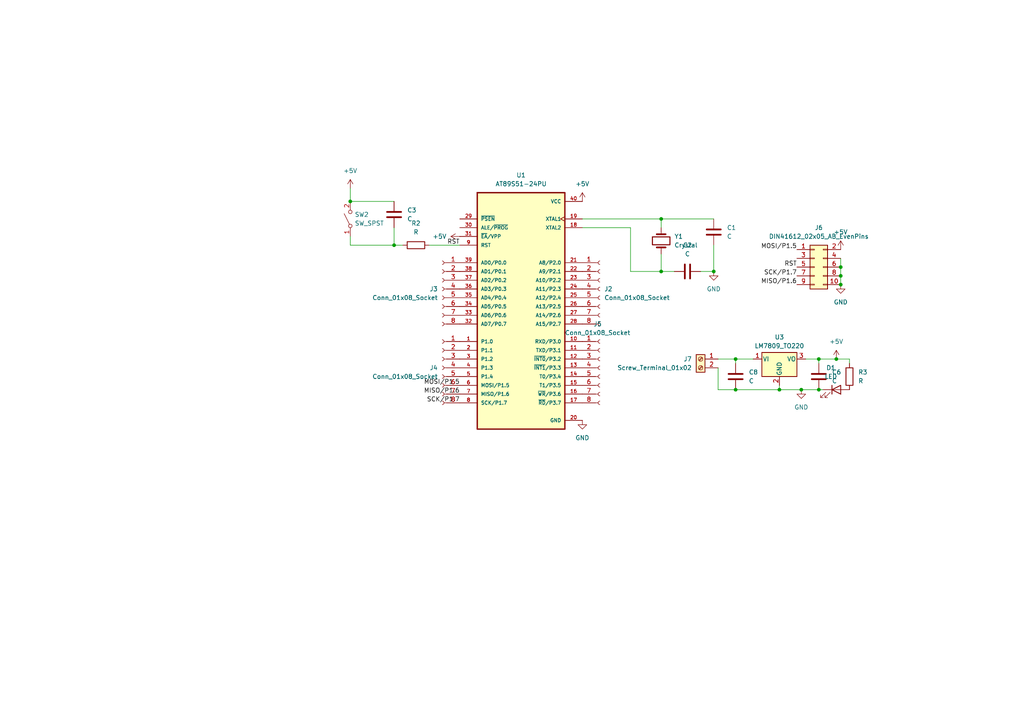
<source format=kicad_sch>
(kicad_sch
	(version 20250114)
	(generator "eeschema")
	(generator_version "9.0")
	(uuid "da8da0fe-0958-4f77-bfcb-ffd56089ff0f")
	(paper "A4")
	(title_block
		(title "Odilla Kalya Pritina 5022221244")
		(company "Odilla Kalya Pritina 5022221244")
	)
	(lib_symbols
		(symbol "AT89S51-24PU:AT89S51-24PU"
			(pin_names
				(offset 1.016)
			)
			(exclude_from_sim no)
			(in_bom yes)
			(on_board yes)
			(property "Reference" "U"
				(at -12.7 34.0106 0)
				(effects
					(font
						(size 1.27 1.27)
					)
					(justify left bottom)
				)
			)
			(property "Value" "AT89S51-24PU"
				(at -12.7 -39.5478 0)
				(effects
					(font
						(size 1.27 1.27)
					)
					(justify left bottom)
				)
			)
			(property "Footprint" "DIP1555W45P254L5232H482Q40"
				(at 0 0 0)
				(effects
					(font
						(size 1.27 1.27)
					)
					(justify left bottom)
					(hide yes)
				)
			)
			(property "Datasheet" ""
				(at 0 0 0)
				(effects
					(font
						(size 1.27 1.27)
					)
					(justify left bottom)
					(hide yes)
				)
			)
			(property "Description" ""
				(at 0 0 0)
				(effects
					(font
						(size 1.27 1.27)
					)
					(hide yes)
				)
			)
			(property "MF" "Microchip"
				(at 0 0 0)
				(effects
					(font
						(size 1.27 1.27)
					)
					(justify left bottom)
					(hide yes)
				)
			)
			(property "MAXIMUM_PACKAGE_HEIGHT" "4.826 mm"
				(at 0 0 0)
				(effects
					(font
						(size 1.27 1.27)
					)
					(justify left bottom)
					(hide yes)
				)
			)
			(property "Package" "DIP-40 Microchip"
				(at 0 0 0)
				(effects
					(font
						(size 1.27 1.27)
					)
					(justify left bottom)
					(hide yes)
				)
			)
			(property "Price" "None"
				(at 0 0 0)
				(effects
					(font
						(size 1.27 1.27)
					)
					(justify left bottom)
					(hide yes)
				)
			)
			(property "Check_prices" "https://www.snapeda.com/parts/AT89S51-24PU/Microchip/view-part/?ref=eda"
				(at 0 0 0)
				(effects
					(font
						(size 1.27 1.27)
					)
					(justify left bottom)
					(hide yes)
				)
			)
			(property "STANDARD" "IPC 7351 B"
				(at 0 0 0)
				(effects
					(font
						(size 1.27 1.27)
					)
					(justify left bottom)
					(hide yes)
				)
			)
			(property "PARTREV" "B"
				(at 0 0 0)
				(effects
					(font
						(size 1.27 1.27)
					)
					(justify left bottom)
					(hide yes)
				)
			)
			(property "SnapEDA_Link" "https://www.snapeda.com/parts/AT89S51-24PU/Microchip/view-part/?ref=snap"
				(at 0 0 0)
				(effects
					(font
						(size 1.27 1.27)
					)
					(justify left bottom)
					(hide yes)
				)
			)
			(property "MP" "AT89S51-24PU"
				(at 0 0 0)
				(effects
					(font
						(size 1.27 1.27)
					)
					(justify left bottom)
					(hide yes)
				)
			)
			(property "Description_1" "\\n                        \\n                            8051 series Microcontroller IC 8-Bit 24MHz 4KB (4K x 8) FLASH 40-PDIP\\n                        \\n"
				(at 0 0 0)
				(effects
					(font
						(size 1.27 1.27)
					)
					(justify left bottom)
					(hide yes)
				)
			)
			(property "Availability" "In Stock"
				(at 0 0 0)
				(effects
					(font
						(size 1.27 1.27)
					)
					(justify left bottom)
					(hide yes)
				)
			)
			(property "MANUFACTURER" "Microchip"
				(at 0 0 0)
				(effects
					(font
						(size 1.27 1.27)
					)
					(justify left bottom)
					(hide yes)
				)
			)
			(property "ki_locked" ""
				(at 0 0 0)
				(effects
					(font
						(size 1.27 1.27)
					)
				)
			)
			(symbol "AT89S51-24PU_0_0"
				(rectangle
					(start -12.7 -35.56)
					(end 12.7 33.02)
					(stroke
						(width 0.4064)
						(type solid)
					)
					(fill
						(type background)
					)
				)
				(pin output line
					(at -17.78 25.4 0)
					(length 5.08)
					(name "~{PSEN}"
						(effects
							(font
								(size 1.016 1.016)
							)
						)
					)
					(number "29"
						(effects
							(font
								(size 1.016 1.016)
							)
						)
					)
				)
				(pin output line
					(at -17.78 22.86 0)
					(length 5.08)
					(name "ALE/~{PROG}"
						(effects
							(font
								(size 1.016 1.016)
							)
						)
					)
					(number "30"
						(effects
							(font
								(size 1.016 1.016)
							)
						)
					)
				)
				(pin input line
					(at -17.78 20.32 0)
					(length 5.08)
					(name "~{EA}/VPP"
						(effects
							(font
								(size 1.016 1.016)
							)
						)
					)
					(number "31"
						(effects
							(font
								(size 1.016 1.016)
							)
						)
					)
				)
				(pin input line
					(at -17.78 17.78 0)
					(length 5.08)
					(name "RST"
						(effects
							(font
								(size 1.016 1.016)
							)
						)
					)
					(number "9"
						(effects
							(font
								(size 1.016 1.016)
							)
						)
					)
				)
				(pin bidirectional line
					(at -17.78 12.7 0)
					(length 5.08)
					(name "AD0/P0.0"
						(effects
							(font
								(size 1.016 1.016)
							)
						)
					)
					(number "39"
						(effects
							(font
								(size 1.016 1.016)
							)
						)
					)
				)
				(pin bidirectional line
					(at -17.78 10.16 0)
					(length 5.08)
					(name "AD1/P0.1"
						(effects
							(font
								(size 1.016 1.016)
							)
						)
					)
					(number "38"
						(effects
							(font
								(size 1.016 1.016)
							)
						)
					)
				)
				(pin bidirectional line
					(at -17.78 7.62 0)
					(length 5.08)
					(name "AD2/P0.2"
						(effects
							(font
								(size 1.016 1.016)
							)
						)
					)
					(number "37"
						(effects
							(font
								(size 1.016 1.016)
							)
						)
					)
				)
				(pin bidirectional line
					(at -17.78 5.08 0)
					(length 5.08)
					(name "AD3/P0.3"
						(effects
							(font
								(size 1.016 1.016)
							)
						)
					)
					(number "36"
						(effects
							(font
								(size 1.016 1.016)
							)
						)
					)
				)
				(pin bidirectional line
					(at -17.78 2.54 0)
					(length 5.08)
					(name "AD4/P0.4"
						(effects
							(font
								(size 1.016 1.016)
							)
						)
					)
					(number "35"
						(effects
							(font
								(size 1.016 1.016)
							)
						)
					)
				)
				(pin bidirectional line
					(at -17.78 0 0)
					(length 5.08)
					(name "AD5/P0.5"
						(effects
							(font
								(size 1.016 1.016)
							)
						)
					)
					(number "34"
						(effects
							(font
								(size 1.016 1.016)
							)
						)
					)
				)
				(pin bidirectional line
					(at -17.78 -2.54 0)
					(length 5.08)
					(name "AD6/P0.6"
						(effects
							(font
								(size 1.016 1.016)
							)
						)
					)
					(number "33"
						(effects
							(font
								(size 1.016 1.016)
							)
						)
					)
				)
				(pin bidirectional line
					(at -17.78 -5.08 0)
					(length 5.08)
					(name "AD7/P0.7"
						(effects
							(font
								(size 1.016 1.016)
							)
						)
					)
					(number "32"
						(effects
							(font
								(size 1.016 1.016)
							)
						)
					)
				)
				(pin bidirectional line
					(at -17.78 -10.16 0)
					(length 5.08)
					(name "P1.0"
						(effects
							(font
								(size 1.016 1.016)
							)
						)
					)
					(number "1"
						(effects
							(font
								(size 1.016 1.016)
							)
						)
					)
				)
				(pin bidirectional line
					(at -17.78 -12.7 0)
					(length 5.08)
					(name "P1.1"
						(effects
							(font
								(size 1.016 1.016)
							)
						)
					)
					(number "2"
						(effects
							(font
								(size 1.016 1.016)
							)
						)
					)
				)
				(pin bidirectional line
					(at -17.78 -15.24 0)
					(length 5.08)
					(name "P1.2"
						(effects
							(font
								(size 1.016 1.016)
							)
						)
					)
					(number "3"
						(effects
							(font
								(size 1.016 1.016)
							)
						)
					)
				)
				(pin bidirectional line
					(at -17.78 -17.78 0)
					(length 5.08)
					(name "P1.3"
						(effects
							(font
								(size 1.016 1.016)
							)
						)
					)
					(number "4"
						(effects
							(font
								(size 1.016 1.016)
							)
						)
					)
				)
				(pin bidirectional line
					(at -17.78 -20.32 0)
					(length 5.08)
					(name "P1.4"
						(effects
							(font
								(size 1.016 1.016)
							)
						)
					)
					(number "5"
						(effects
							(font
								(size 1.016 1.016)
							)
						)
					)
				)
				(pin bidirectional line
					(at -17.78 -22.86 0)
					(length 5.08)
					(name "MOSI/P1.5"
						(effects
							(font
								(size 1.016 1.016)
							)
						)
					)
					(number "6"
						(effects
							(font
								(size 1.016 1.016)
							)
						)
					)
				)
				(pin bidirectional line
					(at -17.78 -25.4 0)
					(length 5.08)
					(name "MISO/P1.6"
						(effects
							(font
								(size 1.016 1.016)
							)
						)
					)
					(number "7"
						(effects
							(font
								(size 1.016 1.016)
							)
						)
					)
				)
				(pin bidirectional line
					(at -17.78 -27.94 0)
					(length 5.08)
					(name "SCK/P1.7"
						(effects
							(font
								(size 1.016 1.016)
							)
						)
					)
					(number "8"
						(effects
							(font
								(size 1.016 1.016)
							)
						)
					)
				)
				(pin power_in line
					(at 17.78 30.48 180)
					(length 5.08)
					(name "VCC"
						(effects
							(font
								(size 1.016 1.016)
							)
						)
					)
					(number "40"
						(effects
							(font
								(size 1.016 1.016)
							)
						)
					)
				)
				(pin input clock
					(at 17.78 25.4 180)
					(length 5.08)
					(name "XTAL1"
						(effects
							(font
								(size 1.016 1.016)
							)
						)
					)
					(number "19"
						(effects
							(font
								(size 1.016 1.016)
							)
						)
					)
				)
				(pin output line
					(at 17.78 22.86 180)
					(length 5.08)
					(name "XTAL2"
						(effects
							(font
								(size 1.016 1.016)
							)
						)
					)
					(number "18"
						(effects
							(font
								(size 1.016 1.016)
							)
						)
					)
				)
				(pin bidirectional line
					(at 17.78 12.7 180)
					(length 5.08)
					(name "A8/P2.0"
						(effects
							(font
								(size 1.016 1.016)
							)
						)
					)
					(number "21"
						(effects
							(font
								(size 1.016 1.016)
							)
						)
					)
				)
				(pin bidirectional line
					(at 17.78 10.16 180)
					(length 5.08)
					(name "A9/P2.1"
						(effects
							(font
								(size 1.016 1.016)
							)
						)
					)
					(number "22"
						(effects
							(font
								(size 1.016 1.016)
							)
						)
					)
				)
				(pin bidirectional line
					(at 17.78 7.62 180)
					(length 5.08)
					(name "A10/P2.2"
						(effects
							(font
								(size 1.016 1.016)
							)
						)
					)
					(number "23"
						(effects
							(font
								(size 1.016 1.016)
							)
						)
					)
				)
				(pin bidirectional line
					(at 17.78 5.08 180)
					(length 5.08)
					(name "A11/P2.3"
						(effects
							(font
								(size 1.016 1.016)
							)
						)
					)
					(number "24"
						(effects
							(font
								(size 1.016 1.016)
							)
						)
					)
				)
				(pin bidirectional line
					(at 17.78 2.54 180)
					(length 5.08)
					(name "A12/P2.4"
						(effects
							(font
								(size 1.016 1.016)
							)
						)
					)
					(number "25"
						(effects
							(font
								(size 1.016 1.016)
							)
						)
					)
				)
				(pin bidirectional line
					(at 17.78 0 180)
					(length 5.08)
					(name "A13/P2.5"
						(effects
							(font
								(size 1.016 1.016)
							)
						)
					)
					(number "26"
						(effects
							(font
								(size 1.016 1.016)
							)
						)
					)
				)
				(pin bidirectional line
					(at 17.78 -2.54 180)
					(length 5.08)
					(name "A14/P2.6"
						(effects
							(font
								(size 1.016 1.016)
							)
						)
					)
					(number "27"
						(effects
							(font
								(size 1.016 1.016)
							)
						)
					)
				)
				(pin bidirectional line
					(at 17.78 -5.08 180)
					(length 5.08)
					(name "A15/P2.7"
						(effects
							(font
								(size 1.016 1.016)
							)
						)
					)
					(number "28"
						(effects
							(font
								(size 1.016 1.016)
							)
						)
					)
				)
				(pin bidirectional line
					(at 17.78 -10.16 180)
					(length 5.08)
					(name "RXD/P3.0"
						(effects
							(font
								(size 1.016 1.016)
							)
						)
					)
					(number "10"
						(effects
							(font
								(size 1.016 1.016)
							)
						)
					)
				)
				(pin bidirectional line
					(at 17.78 -12.7 180)
					(length 5.08)
					(name "TXD/P3.1"
						(effects
							(font
								(size 1.016 1.016)
							)
						)
					)
					(number "11"
						(effects
							(font
								(size 1.016 1.016)
							)
						)
					)
				)
				(pin bidirectional line
					(at 17.78 -15.24 180)
					(length 5.08)
					(name "~{INT0}/P3.2"
						(effects
							(font
								(size 1.016 1.016)
							)
						)
					)
					(number "12"
						(effects
							(font
								(size 1.016 1.016)
							)
						)
					)
				)
				(pin bidirectional line
					(at 17.78 -17.78 180)
					(length 5.08)
					(name "~{INT1}/P3.3"
						(effects
							(font
								(size 1.016 1.016)
							)
						)
					)
					(number "13"
						(effects
							(font
								(size 1.016 1.016)
							)
						)
					)
				)
				(pin bidirectional line
					(at 17.78 -20.32 180)
					(length 5.08)
					(name "T0/P3.4"
						(effects
							(font
								(size 1.016 1.016)
							)
						)
					)
					(number "14"
						(effects
							(font
								(size 1.016 1.016)
							)
						)
					)
				)
				(pin bidirectional line
					(at 17.78 -22.86 180)
					(length 5.08)
					(name "T1/P3.5"
						(effects
							(font
								(size 1.016 1.016)
							)
						)
					)
					(number "15"
						(effects
							(font
								(size 1.016 1.016)
							)
						)
					)
				)
				(pin bidirectional line
					(at 17.78 -25.4 180)
					(length 5.08)
					(name "~{WR}/P3.6"
						(effects
							(font
								(size 1.016 1.016)
							)
						)
					)
					(number "16"
						(effects
							(font
								(size 1.016 1.016)
							)
						)
					)
				)
				(pin bidirectional line
					(at 17.78 -27.94 180)
					(length 5.08)
					(name "~{RD}/P3.7"
						(effects
							(font
								(size 1.016 1.016)
							)
						)
					)
					(number "17"
						(effects
							(font
								(size 1.016 1.016)
							)
						)
					)
				)
				(pin power_in line
					(at 17.78 -33.02 180)
					(length 5.08)
					(name "GND"
						(effects
							(font
								(size 1.016 1.016)
							)
						)
					)
					(number "20"
						(effects
							(font
								(size 1.016 1.016)
							)
						)
					)
				)
			)
			(embedded_fonts no)
		)
		(symbol "Connector:Conn_01x08_Socket"
			(pin_names
				(offset 1.016)
				(hide yes)
			)
			(exclude_from_sim no)
			(in_bom yes)
			(on_board yes)
			(property "Reference" "J"
				(at 0 10.16 0)
				(effects
					(font
						(size 1.27 1.27)
					)
				)
			)
			(property "Value" "Conn_01x08_Socket"
				(at 0 -12.7 0)
				(effects
					(font
						(size 1.27 1.27)
					)
				)
			)
			(property "Footprint" ""
				(at 0 0 0)
				(effects
					(font
						(size 1.27 1.27)
					)
					(hide yes)
				)
			)
			(property "Datasheet" "~"
				(at 0 0 0)
				(effects
					(font
						(size 1.27 1.27)
					)
					(hide yes)
				)
			)
			(property "Description" "Generic connector, single row, 01x08, script generated"
				(at 0 0 0)
				(effects
					(font
						(size 1.27 1.27)
					)
					(hide yes)
				)
			)
			(property "ki_locked" ""
				(at 0 0 0)
				(effects
					(font
						(size 1.27 1.27)
					)
				)
			)
			(property "ki_keywords" "connector"
				(at 0 0 0)
				(effects
					(font
						(size 1.27 1.27)
					)
					(hide yes)
				)
			)
			(property "ki_fp_filters" "Connector*:*_1x??_*"
				(at 0 0 0)
				(effects
					(font
						(size 1.27 1.27)
					)
					(hide yes)
				)
			)
			(symbol "Conn_01x08_Socket_1_1"
				(polyline
					(pts
						(xy -1.27 7.62) (xy -0.508 7.62)
					)
					(stroke
						(width 0.1524)
						(type default)
					)
					(fill
						(type none)
					)
				)
				(polyline
					(pts
						(xy -1.27 5.08) (xy -0.508 5.08)
					)
					(stroke
						(width 0.1524)
						(type default)
					)
					(fill
						(type none)
					)
				)
				(polyline
					(pts
						(xy -1.27 2.54) (xy -0.508 2.54)
					)
					(stroke
						(width 0.1524)
						(type default)
					)
					(fill
						(type none)
					)
				)
				(polyline
					(pts
						(xy -1.27 0) (xy -0.508 0)
					)
					(stroke
						(width 0.1524)
						(type default)
					)
					(fill
						(type none)
					)
				)
				(polyline
					(pts
						(xy -1.27 -2.54) (xy -0.508 -2.54)
					)
					(stroke
						(width 0.1524)
						(type default)
					)
					(fill
						(type none)
					)
				)
				(polyline
					(pts
						(xy -1.27 -5.08) (xy -0.508 -5.08)
					)
					(stroke
						(width 0.1524)
						(type default)
					)
					(fill
						(type none)
					)
				)
				(polyline
					(pts
						(xy -1.27 -7.62) (xy -0.508 -7.62)
					)
					(stroke
						(width 0.1524)
						(type default)
					)
					(fill
						(type none)
					)
				)
				(polyline
					(pts
						(xy -1.27 -10.16) (xy -0.508 -10.16)
					)
					(stroke
						(width 0.1524)
						(type default)
					)
					(fill
						(type none)
					)
				)
				(arc
					(start 0 7.112)
					(mid -0.5058 7.62)
					(end 0 8.128)
					(stroke
						(width 0.1524)
						(type default)
					)
					(fill
						(type none)
					)
				)
				(arc
					(start 0 4.572)
					(mid -0.5058 5.08)
					(end 0 5.588)
					(stroke
						(width 0.1524)
						(type default)
					)
					(fill
						(type none)
					)
				)
				(arc
					(start 0 2.032)
					(mid -0.5058 2.54)
					(end 0 3.048)
					(stroke
						(width 0.1524)
						(type default)
					)
					(fill
						(type none)
					)
				)
				(arc
					(start 0 -0.508)
					(mid -0.5058 0)
					(end 0 0.508)
					(stroke
						(width 0.1524)
						(type default)
					)
					(fill
						(type none)
					)
				)
				(arc
					(start 0 -3.048)
					(mid -0.5058 -2.54)
					(end 0 -2.032)
					(stroke
						(width 0.1524)
						(type default)
					)
					(fill
						(type none)
					)
				)
				(arc
					(start 0 -5.588)
					(mid -0.5058 -5.08)
					(end 0 -4.572)
					(stroke
						(width 0.1524)
						(type default)
					)
					(fill
						(type none)
					)
				)
				(arc
					(start 0 -8.128)
					(mid -0.5058 -7.62)
					(end 0 -7.112)
					(stroke
						(width 0.1524)
						(type default)
					)
					(fill
						(type none)
					)
				)
				(arc
					(start 0 -10.668)
					(mid -0.5058 -10.16)
					(end 0 -9.652)
					(stroke
						(width 0.1524)
						(type default)
					)
					(fill
						(type none)
					)
				)
				(pin passive line
					(at -5.08 7.62 0)
					(length 3.81)
					(name "Pin_1"
						(effects
							(font
								(size 1.27 1.27)
							)
						)
					)
					(number "1"
						(effects
							(font
								(size 1.27 1.27)
							)
						)
					)
				)
				(pin passive line
					(at -5.08 5.08 0)
					(length 3.81)
					(name "Pin_2"
						(effects
							(font
								(size 1.27 1.27)
							)
						)
					)
					(number "2"
						(effects
							(font
								(size 1.27 1.27)
							)
						)
					)
				)
				(pin passive line
					(at -5.08 2.54 0)
					(length 3.81)
					(name "Pin_3"
						(effects
							(font
								(size 1.27 1.27)
							)
						)
					)
					(number "3"
						(effects
							(font
								(size 1.27 1.27)
							)
						)
					)
				)
				(pin passive line
					(at -5.08 0 0)
					(length 3.81)
					(name "Pin_4"
						(effects
							(font
								(size 1.27 1.27)
							)
						)
					)
					(number "4"
						(effects
							(font
								(size 1.27 1.27)
							)
						)
					)
				)
				(pin passive line
					(at -5.08 -2.54 0)
					(length 3.81)
					(name "Pin_5"
						(effects
							(font
								(size 1.27 1.27)
							)
						)
					)
					(number "5"
						(effects
							(font
								(size 1.27 1.27)
							)
						)
					)
				)
				(pin passive line
					(at -5.08 -5.08 0)
					(length 3.81)
					(name "Pin_6"
						(effects
							(font
								(size 1.27 1.27)
							)
						)
					)
					(number "6"
						(effects
							(font
								(size 1.27 1.27)
							)
						)
					)
				)
				(pin passive line
					(at -5.08 -7.62 0)
					(length 3.81)
					(name "Pin_7"
						(effects
							(font
								(size 1.27 1.27)
							)
						)
					)
					(number "7"
						(effects
							(font
								(size 1.27 1.27)
							)
						)
					)
				)
				(pin passive line
					(at -5.08 -10.16 0)
					(length 3.81)
					(name "Pin_8"
						(effects
							(font
								(size 1.27 1.27)
							)
						)
					)
					(number "8"
						(effects
							(font
								(size 1.27 1.27)
							)
						)
					)
				)
			)
			(embedded_fonts no)
		)
		(symbol "Connector:DIN41612_02x05_AB_EvenPins"
			(pin_names
				(offset 1.016)
				(hide yes)
			)
			(exclude_from_sim no)
			(in_bom yes)
			(on_board yes)
			(property "Reference" "J6"
				(at 1.27 11.43 0)
				(effects
					(font
						(size 1.27 1.27)
					)
				)
			)
			(property "Value" "DIN41612_02x05_AB_EvenPins"
				(at 1.27 8.89 0)
				(effects
					(font
						(size 1.27 1.27)
					)
				)
			)
			(property "Footprint" "Connector_IDC:IDC-Header_2x05_P2.54mm_Vertical"
				(at 0 0 0)
				(effects
					(font
						(size 1.27 1.27)
					)
					(hide yes)
				)
			)
			(property "Datasheet" "~"
				(at 0 0 0)
				(effects
					(font
						(size 1.27 1.27)
					)
					(hide yes)
				)
			)
			(property "Description" "DIN41612 connector, double row (AB) even pins only, 02x05, script generated (kicad-library-utils/schlib/autogen/connector/)"
				(at 0 0 0)
				(effects
					(font
						(size 1.27 1.27)
					)
					(hide yes)
				)
			)
			(property "ki_keywords" "connector"
				(at 0 0 0)
				(effects
					(font
						(size 1.27 1.27)
					)
					(hide yes)
				)
			)
			(property "ki_fp_filters" "DIN41612*2x*"
				(at 0 0 0)
				(effects
					(font
						(size 1.27 1.27)
					)
					(hide yes)
				)
			)
			(symbol "DIN41612_02x05_AB_EvenPins_1_1"
				(rectangle
					(start -1.27 6.35)
					(end 3.81 -6.35)
					(stroke
						(width 0.254)
						(type default)
					)
					(fill
						(type background)
					)
				)
				(rectangle
					(start -1.27 5.207)
					(end 0 4.953)
					(stroke
						(width 0.1524)
						(type default)
					)
					(fill
						(type none)
					)
				)
				(rectangle
					(start -1.27 2.667)
					(end 0 2.413)
					(stroke
						(width 0.1524)
						(type default)
					)
					(fill
						(type none)
					)
				)
				(rectangle
					(start -1.27 0.127)
					(end 0 -0.127)
					(stroke
						(width 0.1524)
						(type default)
					)
					(fill
						(type none)
					)
				)
				(rectangle
					(start -1.27 -2.413)
					(end 0 -2.667)
					(stroke
						(width 0.1524)
						(type default)
					)
					(fill
						(type none)
					)
				)
				(rectangle
					(start -1.27 -4.953)
					(end 0 -5.207)
					(stroke
						(width 0.1524)
						(type default)
					)
					(fill
						(type none)
					)
				)
				(rectangle
					(start 3.81 5.207)
					(end 2.54 4.953)
					(stroke
						(width 0.1524)
						(type default)
					)
					(fill
						(type none)
					)
				)
				(rectangle
					(start 3.81 2.667)
					(end 2.54 2.413)
					(stroke
						(width 0.1524)
						(type default)
					)
					(fill
						(type none)
					)
				)
				(rectangle
					(start 3.81 0.127)
					(end 2.54 -0.127)
					(stroke
						(width 0.1524)
						(type default)
					)
					(fill
						(type none)
					)
				)
				(rectangle
					(start 3.81 -2.413)
					(end 2.54 -2.667)
					(stroke
						(width 0.1524)
						(type default)
					)
					(fill
						(type none)
					)
				)
				(rectangle
					(start 3.81 -4.953)
					(end 2.54 -5.207)
					(stroke
						(width 0.1524)
						(type default)
					)
					(fill
						(type none)
					)
				)
				(pin passive line
					(at -5.08 5.08 0)
					(length 3.81)
					(name "Pin_a2"
						(effects
							(font
								(size 1.27 1.27)
							)
						)
					)
					(number "1"
						(effects
							(font
								(size 1.27 1.27)
							)
						)
					)
				)
				(pin passive line
					(at -5.08 2.54 0)
					(length 3.81)
					(name "Pin_a4"
						(effects
							(font
								(size 1.27 1.27)
							)
						)
					)
					(number "3"
						(effects
							(font
								(size 1.27 1.27)
							)
						)
					)
				)
				(pin passive line
					(at -5.08 0 0)
					(length 3.81)
					(name "Pin_a6"
						(effects
							(font
								(size 1.27 1.27)
							)
						)
					)
					(number "5"
						(effects
							(font
								(size 1.27 1.27)
							)
						)
					)
				)
				(pin passive line
					(at -5.08 -2.54 0)
					(length 3.81)
					(name "Pin_a8"
						(effects
							(font
								(size 1.27 1.27)
							)
						)
					)
					(number "7"
						(effects
							(font
								(size 1.27 1.27)
							)
						)
					)
				)
				(pin passive line
					(at -5.08 -5.08 0)
					(length 3.81)
					(name "Pin_a10"
						(effects
							(font
								(size 1.27 1.27)
							)
						)
					)
					(number "9"
						(effects
							(font
								(size 1.27 1.27)
							)
						)
					)
				)
				(pin passive line
					(at 7.62 5.08 180)
					(length 3.81)
					(name "Pin_b2"
						(effects
							(font
								(size 1.27 1.27)
							)
						)
					)
					(number "2"
						(effects
							(font
								(size 1.27 1.27)
							)
						)
					)
				)
				(pin passive line
					(at 7.62 2.54 180)
					(length 3.81)
					(name "Pin_b4"
						(effects
							(font
								(size 1.27 1.27)
							)
						)
					)
					(number "4"
						(effects
							(font
								(size 1.27 1.27)
							)
						)
					)
				)
				(pin passive line
					(at 7.62 0 180)
					(length 3.81)
					(name "Pin_b6"
						(effects
							(font
								(size 1.27 1.27)
							)
						)
					)
					(number "6"
						(effects
							(font
								(size 1.27 1.27)
							)
						)
					)
				)
				(pin passive line
					(at 7.62 -2.54 180)
					(length 3.81)
					(name "Pin_b8"
						(effects
							(font
								(size 1.27 1.27)
							)
						)
					)
					(number "8"
						(effects
							(font
								(size 1.27 1.27)
							)
						)
					)
				)
				(pin passive line
					(at 7.62 -5.08 180)
					(length 3.81)
					(name "Pin_b10"
						(effects
							(font
								(size 1.27 1.27)
							)
						)
					)
					(number "10"
						(effects
							(font
								(size 1.27 1.27)
							)
						)
					)
				)
			)
			(embedded_fonts no)
		)
		(symbol "Connector:Screw_Terminal_01x02"
			(pin_names
				(offset 1.016)
				(hide yes)
			)
			(exclude_from_sim no)
			(in_bom yes)
			(on_board yes)
			(property "Reference" "J"
				(at 0 2.54 0)
				(effects
					(font
						(size 1.27 1.27)
					)
				)
			)
			(property "Value" "Screw_Terminal_01x02"
				(at 0 -5.08 0)
				(effects
					(font
						(size 1.27 1.27)
					)
				)
			)
			(property "Footprint" ""
				(at 0 0 0)
				(effects
					(font
						(size 1.27 1.27)
					)
					(hide yes)
				)
			)
			(property "Datasheet" "~"
				(at 0 0 0)
				(effects
					(font
						(size 1.27 1.27)
					)
					(hide yes)
				)
			)
			(property "Description" "Generic screw terminal, single row, 01x02, script generated (kicad-library-utils/schlib/autogen/connector/)"
				(at 0 0 0)
				(effects
					(font
						(size 1.27 1.27)
					)
					(hide yes)
				)
			)
			(property "ki_keywords" "screw terminal"
				(at 0 0 0)
				(effects
					(font
						(size 1.27 1.27)
					)
					(hide yes)
				)
			)
			(property "ki_fp_filters" "TerminalBlock*:*"
				(at 0 0 0)
				(effects
					(font
						(size 1.27 1.27)
					)
					(hide yes)
				)
			)
			(symbol "Screw_Terminal_01x02_1_1"
				(rectangle
					(start -1.27 1.27)
					(end 1.27 -3.81)
					(stroke
						(width 0.254)
						(type default)
					)
					(fill
						(type background)
					)
				)
				(polyline
					(pts
						(xy -0.5334 0.3302) (xy 0.3302 -0.508)
					)
					(stroke
						(width 0.1524)
						(type default)
					)
					(fill
						(type none)
					)
				)
				(polyline
					(pts
						(xy -0.5334 -2.2098) (xy 0.3302 -3.048)
					)
					(stroke
						(width 0.1524)
						(type default)
					)
					(fill
						(type none)
					)
				)
				(polyline
					(pts
						(xy -0.3556 0.508) (xy 0.508 -0.3302)
					)
					(stroke
						(width 0.1524)
						(type default)
					)
					(fill
						(type none)
					)
				)
				(polyline
					(pts
						(xy -0.3556 -2.032) (xy 0.508 -2.8702)
					)
					(stroke
						(width 0.1524)
						(type default)
					)
					(fill
						(type none)
					)
				)
				(circle
					(center 0 0)
					(radius 0.635)
					(stroke
						(width 0.1524)
						(type default)
					)
					(fill
						(type none)
					)
				)
				(circle
					(center 0 -2.54)
					(radius 0.635)
					(stroke
						(width 0.1524)
						(type default)
					)
					(fill
						(type none)
					)
				)
				(pin passive line
					(at -5.08 0 0)
					(length 3.81)
					(name "Pin_1"
						(effects
							(font
								(size 1.27 1.27)
							)
						)
					)
					(number "1"
						(effects
							(font
								(size 1.27 1.27)
							)
						)
					)
				)
				(pin passive line
					(at -5.08 -2.54 0)
					(length 3.81)
					(name "Pin_2"
						(effects
							(font
								(size 1.27 1.27)
							)
						)
					)
					(number "2"
						(effects
							(font
								(size 1.27 1.27)
							)
						)
					)
				)
			)
			(embedded_fonts no)
		)
		(symbol "Device:C"
			(pin_numbers
				(hide yes)
			)
			(pin_names
				(offset 0.254)
			)
			(exclude_from_sim no)
			(in_bom yes)
			(on_board yes)
			(property "Reference" "C"
				(at 0.635 2.54 0)
				(effects
					(font
						(size 1.27 1.27)
					)
					(justify left)
				)
			)
			(property "Value" "C"
				(at 0.635 -2.54 0)
				(effects
					(font
						(size 1.27 1.27)
					)
					(justify left)
				)
			)
			(property "Footprint" ""
				(at 0.9652 -3.81 0)
				(effects
					(font
						(size 1.27 1.27)
					)
					(hide yes)
				)
			)
			(property "Datasheet" "~"
				(at 0 0 0)
				(effects
					(font
						(size 1.27 1.27)
					)
					(hide yes)
				)
			)
			(property "Description" "Unpolarized capacitor"
				(at 0 0 0)
				(effects
					(font
						(size 1.27 1.27)
					)
					(hide yes)
				)
			)
			(property "ki_keywords" "cap capacitor"
				(at 0 0 0)
				(effects
					(font
						(size 1.27 1.27)
					)
					(hide yes)
				)
			)
			(property "ki_fp_filters" "C_*"
				(at 0 0 0)
				(effects
					(font
						(size 1.27 1.27)
					)
					(hide yes)
				)
			)
			(symbol "C_0_1"
				(polyline
					(pts
						(xy -2.032 0.762) (xy 2.032 0.762)
					)
					(stroke
						(width 0.508)
						(type default)
					)
					(fill
						(type none)
					)
				)
				(polyline
					(pts
						(xy -2.032 -0.762) (xy 2.032 -0.762)
					)
					(stroke
						(width 0.508)
						(type default)
					)
					(fill
						(type none)
					)
				)
			)
			(symbol "C_1_1"
				(pin passive line
					(at 0 3.81 270)
					(length 2.794)
					(name "~"
						(effects
							(font
								(size 1.27 1.27)
							)
						)
					)
					(number "1"
						(effects
							(font
								(size 1.27 1.27)
							)
						)
					)
				)
				(pin passive line
					(at 0 -3.81 90)
					(length 2.794)
					(name "~"
						(effects
							(font
								(size 1.27 1.27)
							)
						)
					)
					(number "2"
						(effects
							(font
								(size 1.27 1.27)
							)
						)
					)
				)
			)
			(embedded_fonts no)
		)
		(symbol "Device:Crystal"
			(pin_numbers
				(hide yes)
			)
			(pin_names
				(offset 1.016)
				(hide yes)
			)
			(exclude_from_sim no)
			(in_bom yes)
			(on_board yes)
			(property "Reference" "Y"
				(at 0 3.81 0)
				(effects
					(font
						(size 1.27 1.27)
					)
				)
			)
			(property "Value" "Crystal"
				(at 0 -3.81 0)
				(effects
					(font
						(size 1.27 1.27)
					)
				)
			)
			(property "Footprint" ""
				(at 0 0 0)
				(effects
					(font
						(size 1.27 1.27)
					)
					(hide yes)
				)
			)
			(property "Datasheet" "~"
				(at 0 0 0)
				(effects
					(font
						(size 1.27 1.27)
					)
					(hide yes)
				)
			)
			(property "Description" "Two pin crystal"
				(at 0 0 0)
				(effects
					(font
						(size 1.27 1.27)
					)
					(hide yes)
				)
			)
			(property "ki_keywords" "quartz ceramic resonator oscillator"
				(at 0 0 0)
				(effects
					(font
						(size 1.27 1.27)
					)
					(hide yes)
				)
			)
			(property "ki_fp_filters" "Crystal*"
				(at 0 0 0)
				(effects
					(font
						(size 1.27 1.27)
					)
					(hide yes)
				)
			)
			(symbol "Crystal_0_1"
				(polyline
					(pts
						(xy -2.54 0) (xy -1.905 0)
					)
					(stroke
						(width 0)
						(type default)
					)
					(fill
						(type none)
					)
				)
				(polyline
					(pts
						(xy -1.905 -1.27) (xy -1.905 1.27)
					)
					(stroke
						(width 0.508)
						(type default)
					)
					(fill
						(type none)
					)
				)
				(rectangle
					(start -1.143 2.54)
					(end 1.143 -2.54)
					(stroke
						(width 0.3048)
						(type default)
					)
					(fill
						(type none)
					)
				)
				(polyline
					(pts
						(xy 1.905 -1.27) (xy 1.905 1.27)
					)
					(stroke
						(width 0.508)
						(type default)
					)
					(fill
						(type none)
					)
				)
				(polyline
					(pts
						(xy 2.54 0) (xy 1.905 0)
					)
					(stroke
						(width 0)
						(type default)
					)
					(fill
						(type none)
					)
				)
			)
			(symbol "Crystal_1_1"
				(pin passive line
					(at -3.81 0 0)
					(length 1.27)
					(name "1"
						(effects
							(font
								(size 1.27 1.27)
							)
						)
					)
					(number "1"
						(effects
							(font
								(size 1.27 1.27)
							)
						)
					)
				)
				(pin passive line
					(at 3.81 0 180)
					(length 1.27)
					(name "2"
						(effects
							(font
								(size 1.27 1.27)
							)
						)
					)
					(number "2"
						(effects
							(font
								(size 1.27 1.27)
							)
						)
					)
				)
			)
			(embedded_fonts no)
		)
		(symbol "Device:LED"
			(pin_numbers
				(hide yes)
			)
			(pin_names
				(offset 1.016)
				(hide yes)
			)
			(exclude_from_sim no)
			(in_bom yes)
			(on_board yes)
			(property "Reference" "D"
				(at 0 2.54 0)
				(effects
					(font
						(size 1.27 1.27)
					)
				)
			)
			(property "Value" "LED"
				(at 0 -2.54 0)
				(effects
					(font
						(size 1.27 1.27)
					)
				)
			)
			(property "Footprint" ""
				(at 0 0 0)
				(effects
					(font
						(size 1.27 1.27)
					)
					(hide yes)
				)
			)
			(property "Datasheet" "~"
				(at 0 0 0)
				(effects
					(font
						(size 1.27 1.27)
					)
					(hide yes)
				)
			)
			(property "Description" "Light emitting diode"
				(at 0 0 0)
				(effects
					(font
						(size 1.27 1.27)
					)
					(hide yes)
				)
			)
			(property "Sim.Pins" "1=K 2=A"
				(at 0 0 0)
				(effects
					(font
						(size 1.27 1.27)
					)
					(hide yes)
				)
			)
			(property "ki_keywords" "LED diode"
				(at 0 0 0)
				(effects
					(font
						(size 1.27 1.27)
					)
					(hide yes)
				)
			)
			(property "ki_fp_filters" "LED* LED_SMD:* LED_THT:*"
				(at 0 0 0)
				(effects
					(font
						(size 1.27 1.27)
					)
					(hide yes)
				)
			)
			(symbol "LED_0_1"
				(polyline
					(pts
						(xy -3.048 -0.762) (xy -4.572 -2.286) (xy -3.81 -2.286) (xy -4.572 -2.286) (xy -4.572 -1.524)
					)
					(stroke
						(width 0)
						(type default)
					)
					(fill
						(type none)
					)
				)
				(polyline
					(pts
						(xy -1.778 -0.762) (xy -3.302 -2.286) (xy -2.54 -2.286) (xy -3.302 -2.286) (xy -3.302 -1.524)
					)
					(stroke
						(width 0)
						(type default)
					)
					(fill
						(type none)
					)
				)
				(polyline
					(pts
						(xy -1.27 0) (xy 1.27 0)
					)
					(stroke
						(width 0)
						(type default)
					)
					(fill
						(type none)
					)
				)
				(polyline
					(pts
						(xy -1.27 -1.27) (xy -1.27 1.27)
					)
					(stroke
						(width 0.254)
						(type default)
					)
					(fill
						(type none)
					)
				)
				(polyline
					(pts
						(xy 1.27 -1.27) (xy 1.27 1.27) (xy -1.27 0) (xy 1.27 -1.27)
					)
					(stroke
						(width 0.254)
						(type default)
					)
					(fill
						(type none)
					)
				)
			)
			(symbol "LED_1_1"
				(pin passive line
					(at -3.81 0 0)
					(length 2.54)
					(name "K"
						(effects
							(font
								(size 1.27 1.27)
							)
						)
					)
					(number "1"
						(effects
							(font
								(size 1.27 1.27)
							)
						)
					)
				)
				(pin passive line
					(at 3.81 0 180)
					(length 2.54)
					(name "A"
						(effects
							(font
								(size 1.27 1.27)
							)
						)
					)
					(number "2"
						(effects
							(font
								(size 1.27 1.27)
							)
						)
					)
				)
			)
			(embedded_fonts no)
		)
		(symbol "Device:R"
			(pin_numbers
				(hide yes)
			)
			(pin_names
				(offset 0)
			)
			(exclude_from_sim no)
			(in_bom yes)
			(on_board yes)
			(property "Reference" "R"
				(at 2.032 0 90)
				(effects
					(font
						(size 1.27 1.27)
					)
				)
			)
			(property "Value" "R"
				(at 0 0 90)
				(effects
					(font
						(size 1.27 1.27)
					)
				)
			)
			(property "Footprint" ""
				(at -1.778 0 90)
				(effects
					(font
						(size 1.27 1.27)
					)
					(hide yes)
				)
			)
			(property "Datasheet" "~"
				(at 0 0 0)
				(effects
					(font
						(size 1.27 1.27)
					)
					(hide yes)
				)
			)
			(property "Description" "Resistor"
				(at 0 0 0)
				(effects
					(font
						(size 1.27 1.27)
					)
					(hide yes)
				)
			)
			(property "ki_keywords" "R res resistor"
				(at 0 0 0)
				(effects
					(font
						(size 1.27 1.27)
					)
					(hide yes)
				)
			)
			(property "ki_fp_filters" "R_*"
				(at 0 0 0)
				(effects
					(font
						(size 1.27 1.27)
					)
					(hide yes)
				)
			)
			(symbol "R_0_1"
				(rectangle
					(start -1.016 -2.54)
					(end 1.016 2.54)
					(stroke
						(width 0.254)
						(type default)
					)
					(fill
						(type none)
					)
				)
			)
			(symbol "R_1_1"
				(pin passive line
					(at 0 3.81 270)
					(length 1.27)
					(name "~"
						(effects
							(font
								(size 1.27 1.27)
							)
						)
					)
					(number "1"
						(effects
							(font
								(size 1.27 1.27)
							)
						)
					)
				)
				(pin passive line
					(at 0 -3.81 90)
					(length 1.27)
					(name "~"
						(effects
							(font
								(size 1.27 1.27)
							)
						)
					)
					(number "2"
						(effects
							(font
								(size 1.27 1.27)
							)
						)
					)
				)
			)
			(embedded_fonts no)
		)
		(symbol "Regulator_Linear:LM7809_TO220"
			(pin_names
				(offset 0.254)
			)
			(exclude_from_sim no)
			(in_bom yes)
			(on_board yes)
			(property "Reference" "U"
				(at -3.81 3.175 0)
				(effects
					(font
						(size 1.27 1.27)
					)
				)
			)
			(property "Value" "LM7809_TO220"
				(at 0 3.175 0)
				(effects
					(font
						(size 1.27 1.27)
					)
					(justify left)
				)
			)
			(property "Footprint" "Package_TO_SOT_THT:TO-220-3_Vertical"
				(at 0 5.715 0)
				(effects
					(font
						(size 1.27 1.27)
						(italic yes)
					)
					(hide yes)
				)
			)
			(property "Datasheet" "https://www.onsemi.cn/PowerSolutions/document/MC7800-D.PDF"
				(at 0 -1.27 0)
				(effects
					(font
						(size 1.27 1.27)
					)
					(hide yes)
				)
			)
			(property "Description" "Positive 1A 35V Linear Regulator, Fixed Output 9V, TO-220"
				(at 0 0 0)
				(effects
					(font
						(size 1.27 1.27)
					)
					(hide yes)
				)
			)
			(property "ki_keywords" "Voltage Regulator 1A Positive"
				(at 0 0 0)
				(effects
					(font
						(size 1.27 1.27)
					)
					(hide yes)
				)
			)
			(property "ki_fp_filters" "TO?220*"
				(at 0 0 0)
				(effects
					(font
						(size 1.27 1.27)
					)
					(hide yes)
				)
			)
			(symbol "LM7809_TO220_0_1"
				(rectangle
					(start -5.08 1.905)
					(end 5.08 -5.08)
					(stroke
						(width 0.254)
						(type default)
					)
					(fill
						(type background)
					)
				)
			)
			(symbol "LM7809_TO220_1_1"
				(pin power_in line
					(at -7.62 0 0)
					(length 2.54)
					(name "VI"
						(effects
							(font
								(size 1.27 1.27)
							)
						)
					)
					(number "1"
						(effects
							(font
								(size 1.27 1.27)
							)
						)
					)
				)
				(pin power_in line
					(at 0 -7.62 90)
					(length 2.54)
					(name "GND"
						(effects
							(font
								(size 1.27 1.27)
							)
						)
					)
					(number "2"
						(effects
							(font
								(size 1.27 1.27)
							)
						)
					)
				)
				(pin power_out line
					(at 7.62 0 180)
					(length 2.54)
					(name "VO"
						(effects
							(font
								(size 1.27 1.27)
							)
						)
					)
					(number "3"
						(effects
							(font
								(size 1.27 1.27)
							)
						)
					)
				)
			)
			(embedded_fonts no)
		)
		(symbol "Switch:SW_SPST"
			(pin_names
				(offset 0)
				(hide yes)
			)
			(exclude_from_sim no)
			(in_bom yes)
			(on_board yes)
			(property "Reference" "SW"
				(at 0 3.175 0)
				(effects
					(font
						(size 1.27 1.27)
					)
				)
			)
			(property "Value" "SW_SPST"
				(at 0 -2.54 0)
				(effects
					(font
						(size 1.27 1.27)
					)
				)
			)
			(property "Footprint" ""
				(at 0 0 0)
				(effects
					(font
						(size 1.27 1.27)
					)
					(hide yes)
				)
			)
			(property "Datasheet" "~"
				(at 0 0 0)
				(effects
					(font
						(size 1.27 1.27)
					)
					(hide yes)
				)
			)
			(property "Description" "Single Pole Single Throw (SPST) switch"
				(at 0 0 0)
				(effects
					(font
						(size 1.27 1.27)
					)
					(hide yes)
				)
			)
			(property "ki_keywords" "switch lever"
				(at 0 0 0)
				(effects
					(font
						(size 1.27 1.27)
					)
					(hide yes)
				)
			)
			(symbol "SW_SPST_0_0"
				(circle
					(center -2.032 0)
					(radius 0.508)
					(stroke
						(width 0)
						(type default)
					)
					(fill
						(type none)
					)
				)
				(polyline
					(pts
						(xy -1.524 0.254) (xy 1.524 1.778)
					)
					(stroke
						(width 0)
						(type default)
					)
					(fill
						(type none)
					)
				)
				(circle
					(center 2.032 0)
					(radius 0.508)
					(stroke
						(width 0)
						(type default)
					)
					(fill
						(type none)
					)
				)
			)
			(symbol "SW_SPST_1_1"
				(pin passive line
					(at -5.08 0 0)
					(length 2.54)
					(name "A"
						(effects
							(font
								(size 1.27 1.27)
							)
						)
					)
					(number "1"
						(effects
							(font
								(size 1.27 1.27)
							)
						)
					)
				)
				(pin passive line
					(at 5.08 0 180)
					(length 2.54)
					(name "B"
						(effects
							(font
								(size 1.27 1.27)
							)
						)
					)
					(number "2"
						(effects
							(font
								(size 1.27 1.27)
							)
						)
					)
				)
			)
			(embedded_fonts no)
		)
		(symbol "power:+5V"
			(power)
			(pin_numbers
				(hide yes)
			)
			(pin_names
				(offset 0)
				(hide yes)
			)
			(exclude_from_sim no)
			(in_bom yes)
			(on_board yes)
			(property "Reference" "#PWR"
				(at 0 -3.81 0)
				(effects
					(font
						(size 1.27 1.27)
					)
					(hide yes)
				)
			)
			(property "Value" "+5V"
				(at 0 3.556 0)
				(effects
					(font
						(size 1.27 1.27)
					)
				)
			)
			(property "Footprint" ""
				(at 0 0 0)
				(effects
					(font
						(size 1.27 1.27)
					)
					(hide yes)
				)
			)
			(property "Datasheet" ""
				(at 0 0 0)
				(effects
					(font
						(size 1.27 1.27)
					)
					(hide yes)
				)
			)
			(property "Description" "Power symbol creates a global label with name \"+5V\""
				(at 0 0 0)
				(effects
					(font
						(size 1.27 1.27)
					)
					(hide yes)
				)
			)
			(property "ki_keywords" "global power"
				(at 0 0 0)
				(effects
					(font
						(size 1.27 1.27)
					)
					(hide yes)
				)
			)
			(symbol "+5V_0_1"
				(polyline
					(pts
						(xy -0.762 1.27) (xy 0 2.54)
					)
					(stroke
						(width 0)
						(type default)
					)
					(fill
						(type none)
					)
				)
				(polyline
					(pts
						(xy 0 2.54) (xy 0.762 1.27)
					)
					(stroke
						(width 0)
						(type default)
					)
					(fill
						(type none)
					)
				)
				(polyline
					(pts
						(xy 0 0) (xy 0 2.54)
					)
					(stroke
						(width 0)
						(type default)
					)
					(fill
						(type none)
					)
				)
			)
			(symbol "+5V_1_1"
				(pin power_in line
					(at 0 0 90)
					(length 0)
					(name "~"
						(effects
							(font
								(size 1.27 1.27)
							)
						)
					)
					(number "1"
						(effects
							(font
								(size 1.27 1.27)
							)
						)
					)
				)
			)
			(embedded_fonts no)
		)
		(symbol "power:GND"
			(power)
			(pin_numbers
				(hide yes)
			)
			(pin_names
				(offset 0)
				(hide yes)
			)
			(exclude_from_sim no)
			(in_bom yes)
			(on_board yes)
			(property "Reference" "#PWR"
				(at 0 -6.35 0)
				(effects
					(font
						(size 1.27 1.27)
					)
					(hide yes)
				)
			)
			(property "Value" "GND"
				(at 0 -3.81 0)
				(effects
					(font
						(size 1.27 1.27)
					)
				)
			)
			(property "Footprint" ""
				(at 0 0 0)
				(effects
					(font
						(size 1.27 1.27)
					)
					(hide yes)
				)
			)
			(property "Datasheet" ""
				(at 0 0 0)
				(effects
					(font
						(size 1.27 1.27)
					)
					(hide yes)
				)
			)
			(property "Description" "Power symbol creates a global label with name \"GND\" , ground"
				(at 0 0 0)
				(effects
					(font
						(size 1.27 1.27)
					)
					(hide yes)
				)
			)
			(property "ki_keywords" "global power"
				(at 0 0 0)
				(effects
					(font
						(size 1.27 1.27)
					)
					(hide yes)
				)
			)
			(symbol "GND_0_1"
				(polyline
					(pts
						(xy 0 0) (xy 0 -1.27) (xy 1.27 -1.27) (xy 0 -2.54) (xy -1.27 -1.27) (xy 0 -1.27)
					)
					(stroke
						(width 0)
						(type default)
					)
					(fill
						(type none)
					)
				)
			)
			(symbol "GND_1_1"
				(pin power_in line
					(at 0 0 270)
					(length 0)
					(name "~"
						(effects
							(font
								(size 1.27 1.27)
							)
						)
					)
					(number "1"
						(effects
							(font
								(size 1.27 1.27)
							)
						)
					)
				)
			)
			(embedded_fonts no)
		)
	)
	(junction
		(at 237.49 104.14)
		(diameter 0)
		(color 0 0 0 0)
		(uuid "04c6de8a-ee62-4054-8da5-3a26b7a8f364")
	)
	(junction
		(at 237.49 113.03)
		(diameter 0)
		(color 0 0 0 0)
		(uuid "07c22a0c-a4e2-4399-811e-ca19290d7c8a")
	)
	(junction
		(at 226.06 113.03)
		(diameter 0)
		(color 0 0 0 0)
		(uuid "0a32afee-d357-46b0-b54e-bf7f0160a6c7")
	)
	(junction
		(at 213.36 113.03)
		(diameter 0)
		(color 0 0 0 0)
		(uuid "0d76db40-10b4-4516-ac68-0e96620a28cf")
	)
	(junction
		(at 243.84 77.47)
		(diameter 0)
		(color 0 0 0 0)
		(uuid "29775d55-64c5-48f8-a140-89ccf9f3713f")
	)
	(junction
		(at 243.84 80.01)
		(diameter 0)
		(color 0 0 0 0)
		(uuid "35947e6a-1515-4d12-a629-7c13cdfeca1b")
	)
	(junction
		(at 242.57 104.14)
		(diameter 0)
		(color 0 0 0 0)
		(uuid "40c86d02-33ab-4384-a2a6-f7951b81be72")
	)
	(junction
		(at 207.01 78.74)
		(diameter 0)
		(color 0 0 0 0)
		(uuid "42e24f9e-2040-49ce-9538-c3af14cae079")
	)
	(junction
		(at 213.36 104.14)
		(diameter 0)
		(color 0 0 0 0)
		(uuid "757410f7-8e05-4f46-9955-1f37df925ecf")
	)
	(junction
		(at 232.41 113.03)
		(diameter 0)
		(color 0 0 0 0)
		(uuid "a0ee6f10-3518-4f58-8d6d-7bf6e8c93fed")
	)
	(junction
		(at 114.3 71.12)
		(diameter 0)
		(color 0 0 0 0)
		(uuid "a78f252e-110d-4678-95b4-6d7129bc5984")
	)
	(junction
		(at 191.77 78.74)
		(diameter 0)
		(color 0 0 0 0)
		(uuid "b1e891e7-ebdf-446e-aafa-108668c81238")
	)
	(junction
		(at 243.84 82.55)
		(diameter 0)
		(color 0 0 0 0)
		(uuid "cd6aa2f7-504f-46f4-b046-9ebee8f5451b")
	)
	(junction
		(at 191.77 63.5)
		(diameter 0)
		(color 0 0 0 0)
		(uuid "dda70992-62cd-4e06-86dc-eb4f1be2e019")
	)
	(junction
		(at 101.6 58.42)
		(diameter 0)
		(color 0 0 0 0)
		(uuid "ea310041-4585-4096-ba13-609f64d8b842")
	)
	(wire
		(pts
			(xy 191.77 73.66) (xy 191.77 78.74)
		)
		(stroke
			(width 0)
			(type default)
		)
		(uuid "01efd40d-2142-4524-bb21-452b95c32d44")
	)
	(wire
		(pts
			(xy 124.46 71.12) (xy 133.35 71.12)
		)
		(stroke
			(width 0)
			(type default)
		)
		(uuid "16ec3b66-4d9a-4e8c-a737-254033848eef")
	)
	(wire
		(pts
			(xy 208.28 113.03) (xy 213.36 113.03)
		)
		(stroke
			(width 0)
			(type default)
		)
		(uuid "19ca6260-7011-47df-b08e-17e45bfebdcd")
	)
	(wire
		(pts
			(xy 168.91 66.04) (xy 182.88 66.04)
		)
		(stroke
			(width 0)
			(type default)
		)
		(uuid "1e1dddd4-8484-474f-a3c8-73617ee7f21e")
	)
	(wire
		(pts
			(xy 226.06 113.03) (xy 232.41 113.03)
		)
		(stroke
			(width 0)
			(type default)
		)
		(uuid "2100ff32-f6d6-4be0-80f4-401b01b1c311")
	)
	(wire
		(pts
			(xy 243.84 80.01) (xy 243.84 82.55)
		)
		(stroke
			(width 0)
			(type default)
		)
		(uuid "276b36fc-e819-4df4-bdd5-be9ba23b2537")
	)
	(wire
		(pts
			(xy 237.49 104.14) (xy 237.49 105.41)
		)
		(stroke
			(width 0)
			(type default)
		)
		(uuid "2a02ab3a-70ee-43ed-8ba6-fba29b94c9a1")
	)
	(wire
		(pts
			(xy 226.06 111.76) (xy 226.06 113.03)
		)
		(stroke
			(width 0)
			(type default)
		)
		(uuid "39b19f98-62ae-49aa-abc3-e147cf7e6bb4")
	)
	(wire
		(pts
			(xy 232.41 113.03) (xy 237.49 113.03)
		)
		(stroke
			(width 0)
			(type default)
		)
		(uuid "4821f852-f29c-4468-a39a-7e1489e92d7f")
	)
	(wire
		(pts
			(xy 237.49 113.03) (xy 238.76 113.03)
		)
		(stroke
			(width 0)
			(type default)
		)
		(uuid "48611c26-0fc9-4670-8b85-4bfd689b5fa0")
	)
	(wire
		(pts
			(xy 233.68 104.14) (xy 237.49 104.14)
		)
		(stroke
			(width 0)
			(type default)
		)
		(uuid "69449ccd-0ef6-46d5-b056-410f6923fa22")
	)
	(wire
		(pts
			(xy 168.91 63.5) (xy 191.77 63.5)
		)
		(stroke
			(width 0)
			(type default)
		)
		(uuid "74a42d27-adce-4339-acf3-b905ae045aa1")
	)
	(wire
		(pts
			(xy 208.28 106.68) (xy 208.28 113.03)
		)
		(stroke
			(width 0)
			(type default)
		)
		(uuid "757fbdae-b4dc-4aac-908c-6282c18b8960")
	)
	(wire
		(pts
			(xy 237.49 104.14) (xy 242.57 104.14)
		)
		(stroke
			(width 0)
			(type default)
		)
		(uuid "77a132e9-2257-43c7-a5a2-4bb2b410cc78")
	)
	(wire
		(pts
			(xy 191.77 63.5) (xy 207.01 63.5)
		)
		(stroke
			(width 0)
			(type default)
		)
		(uuid "80d976bb-b28d-4055-8ac8-bbccce0b729d")
	)
	(wire
		(pts
			(xy 208.28 104.14) (xy 213.36 104.14)
		)
		(stroke
			(width 0)
			(type default)
		)
		(uuid "85d1fcc1-32e1-45af-bf17-f3999125e690")
	)
	(wire
		(pts
			(xy 182.88 78.74) (xy 191.77 78.74)
		)
		(stroke
			(width 0)
			(type default)
		)
		(uuid "a010ccad-1f41-4442-b035-ca3bfd23a6ab")
	)
	(wire
		(pts
			(xy 213.36 113.03) (xy 226.06 113.03)
		)
		(stroke
			(width 0)
			(type default)
		)
		(uuid "a057b837-b466-452f-ac0e-185caf5b7826")
	)
	(wire
		(pts
			(xy 101.6 71.12) (xy 114.3 71.12)
		)
		(stroke
			(width 0)
			(type default)
		)
		(uuid "a7570805-e2d4-4002-b02e-433f2e88243a")
	)
	(wire
		(pts
			(xy 101.6 58.42) (xy 114.3 58.42)
		)
		(stroke
			(width 0)
			(type default)
		)
		(uuid "ac59ca70-de78-4710-8d1d-0adde61c6b76")
	)
	(wire
		(pts
			(xy 203.2 78.74) (xy 207.01 78.74)
		)
		(stroke
			(width 0)
			(type default)
		)
		(uuid "ac804eda-e53d-41e6-ae3e-512cd00f2e65")
	)
	(wire
		(pts
			(xy 114.3 71.12) (xy 116.84 71.12)
		)
		(stroke
			(width 0)
			(type default)
		)
		(uuid "b4d113da-9b18-4fae-bfdf-afc91c2cd89c")
	)
	(wire
		(pts
			(xy 191.77 63.5) (xy 191.77 66.04)
		)
		(stroke
			(width 0)
			(type default)
		)
		(uuid "b9259159-ea74-47c1-b1f2-1c17000a90f4")
	)
	(wire
		(pts
			(xy 242.57 104.14) (xy 246.38 104.14)
		)
		(stroke
			(width 0)
			(type default)
		)
		(uuid "c113c43f-a7c7-4620-854c-57363557319c")
	)
	(wire
		(pts
			(xy 191.77 78.74) (xy 195.58 78.74)
		)
		(stroke
			(width 0)
			(type default)
		)
		(uuid "d19f93b9-fb11-4c3f-9c12-d58218d8ff89")
	)
	(wire
		(pts
			(xy 246.38 104.14) (xy 246.38 105.41)
		)
		(stroke
			(width 0)
			(type default)
		)
		(uuid "d4d26a32-c1f3-410e-9f06-add68727e098")
	)
	(wire
		(pts
			(xy 213.36 105.41) (xy 213.36 104.14)
		)
		(stroke
			(width 0)
			(type default)
		)
		(uuid "d527e6ce-3525-4c21-a049-e42476e14478")
	)
	(wire
		(pts
			(xy 243.84 74.93) (xy 243.84 77.47)
		)
		(stroke
			(width 0)
			(type default)
		)
		(uuid "db05c08b-c41c-44a4-a6d1-54222e716699")
	)
	(wire
		(pts
			(xy 207.01 71.12) (xy 207.01 78.74)
		)
		(stroke
			(width 0)
			(type default)
		)
		(uuid "eac7014e-26b4-4bd4-93bd-7a0ef8fad01e")
	)
	(wire
		(pts
			(xy 101.6 54.61) (xy 101.6 58.42)
		)
		(stroke
			(width 0)
			(type default)
		)
		(uuid "ebdc9382-ca5f-4504-9fdd-2879be51cfca")
	)
	(wire
		(pts
			(xy 213.36 104.14) (xy 218.44 104.14)
		)
		(stroke
			(width 0)
			(type default)
		)
		(uuid "f10df948-b391-4e7a-828e-6b081028d502")
	)
	(wire
		(pts
			(xy 101.6 68.58) (xy 101.6 71.12)
		)
		(stroke
			(width 0)
			(type default)
		)
		(uuid "f283c7cf-dba6-47ca-9cc1-b99e8e814dfa")
	)
	(wire
		(pts
			(xy 114.3 66.04) (xy 114.3 71.12)
		)
		(stroke
			(width 0)
			(type default)
		)
		(uuid "f301518a-17dc-4e5e-804e-d63f8a1c8ac2")
	)
	(wire
		(pts
			(xy 243.84 77.47) (xy 243.84 80.01)
		)
		(stroke
			(width 0)
			(type default)
		)
		(uuid "f3cd73bf-e61c-44ef-86fd-325ff802bc09")
	)
	(wire
		(pts
			(xy 182.88 66.04) (xy 182.88 78.74)
		)
		(stroke
			(width 0)
			(type default)
		)
		(uuid "fcbc46d6-58e7-4ec0-952b-35d05adfd11d")
	)
	(label "RST"
		(at 231.14 77.47 180)
		(effects
			(font
				(size 1.27 1.27)
			)
			(justify right bottom)
		)
		(uuid "0920e955-2a6c-4505-aa26-758e9dc65ffc")
	)
	(label "MISO/P1.6"
		(at 231.14 82.55 180)
		(effects
			(font
				(size 1.27 1.27)
			)
			(justify right bottom)
		)
		(uuid "0df0327c-4514-46ca-8f04-2eebdbc6c0d9")
	)
	(label "MISO/P1.6"
		(at 133.35 114.3 180)
		(effects
			(font
				(size 1.27 1.27)
			)
			(justify right bottom)
		)
		(uuid "4a8ddcff-724f-4c3b-9943-f44ab55cffd3")
	)
	(label "SCK/P1.7"
		(at 133.35 116.84 180)
		(effects
			(font
				(size 1.27 1.27)
			)
			(justify right bottom)
		)
		(uuid "63f6b3f3-b110-461d-9394-1fdb5741d343")
	)
	(label "MOSI/P1.5"
		(at 231.14 72.39 180)
		(effects
			(font
				(size 1.27 1.27)
			)
			(justify right bottom)
		)
		(uuid "7ef84adc-2bcd-44ea-b031-9849f0816893")
	)
	(label "SCK/P1.7"
		(at 231.14 80.01 180)
		(effects
			(font
				(size 1.27 1.27)
			)
			(justify right bottom)
		)
		(uuid "8c97149f-ffb1-4beb-8ac7-8ca525a34f40")
	)
	(label "RST"
		(at 133.35 71.12 180)
		(effects
			(font
				(size 1.27 1.27)
			)
			(justify right bottom)
		)
		(uuid "906557fb-e980-4cd5-bb5c-da617034279a")
	)
	(label "MOSI/P1.5"
		(at 133.35 111.76 180)
		(effects
			(font
				(size 1.27 1.27)
			)
			(justify right bottom)
		)
		(uuid "cba2ff37-89d9-42ce-b4da-5cc4d49d4d4e")
	)
	(symbol
		(lib_id "Connector:Conn_01x08_Socket")
		(at 173.99 106.68 0)
		(unit 1)
		(exclude_from_sim no)
		(in_bom yes)
		(on_board yes)
		(dnp no)
		(uuid "083b1004-ed6c-434d-b0f5-feaeddad1701")
		(property "Reference" "J5"
			(at 173.355 93.98 0)
			(effects
				(font
					(size 1.27 1.27)
				)
			)
		)
		(property "Value" "Conn_01x08_Socket"
			(at 173.355 96.52 0)
			(effects
				(font
					(size 1.27 1.27)
				)
			)
		)
		(property "Footprint" "Connector_PinHeader_2.54mm:PinHeader_1x08_P2.54mm_Vertical"
			(at 173.99 106.68 0)
			(effects
				(font
					(size 1.27 1.27)
				)
				(hide yes)
			)
		)
		(property "Datasheet" "~"
			(at 173.99 106.68 0)
			(effects
				(font
					(size 1.27 1.27)
				)
				(hide yes)
			)
		)
		(property "Description" "Generic connector, single row, 01x08, script generated"
			(at 173.99 106.68 0)
			(effects
				(font
					(size 1.27 1.27)
				)
				(hide yes)
			)
		)
		(pin "4"
			(uuid "56226f35-0855-4232-b3f0-799a23457ccc")
		)
		(pin "1"
			(uuid "52e40c41-da2e-40c2-b884-e4dc375119ef")
		)
		(pin "7"
			(uuid "226e95a9-b6a4-4b66-bf11-0143f1f4e2c5")
		)
		(pin "8"
			(uuid "405e6822-a8be-4be8-9eea-6e99256d552d")
		)
		(pin "2"
			(uuid "5f1ab353-b735-42f0-818f-1514bdb146df")
		)
		(pin "5"
			(uuid "e13d8cfb-38d5-4490-89e1-a16af34c8a88")
		)
		(pin "3"
			(uuid "cdfca3b8-59c3-416f-8d7e-76d46893ee29")
		)
		(pin "6"
			(uuid "183c9f51-ef91-4a0f-a585-25ab87cc166b")
		)
		(instances
			(project ""
				(path "/da8da0fe-0958-4f77-bfcb-ffd56089ff0f"
					(reference "J5")
					(unit 1)
				)
			)
		)
	)
	(symbol
		(lib_id "Device:R")
		(at 246.38 109.22 0)
		(unit 1)
		(exclude_from_sim no)
		(in_bom yes)
		(on_board yes)
		(dnp no)
		(fields_autoplaced yes)
		(uuid "0affa61c-fa8f-4ac1-b810-088900385440")
		(property "Reference" "R3"
			(at 248.92 107.9499 0)
			(effects
				(font
					(size 1.27 1.27)
				)
				(justify left)
			)
		)
		(property "Value" "R"
			(at 248.92 110.4899 0)
			(effects
				(font
					(size 1.27 1.27)
				)
				(justify left)
			)
		)
		(property "Footprint" "Resistor_THT:R_Axial_DIN0204_L3.6mm_D1.6mm_P7.62mm_Horizontal"
			(at 244.602 109.22 90)
			(effects
				(font
					(size 1.27 1.27)
				)
				(hide yes)
			)
		)
		(property "Datasheet" "~"
			(at 246.38 109.22 0)
			(effects
				(font
					(size 1.27 1.27)
				)
				(hide yes)
			)
		)
		(property "Description" "Resistor"
			(at 246.38 109.22 0)
			(effects
				(font
					(size 1.27 1.27)
				)
				(hide yes)
			)
		)
		(pin "2"
			(uuid "674dc4d8-a08e-4d34-8d9b-92102cfc6daf")
		)
		(pin "1"
			(uuid "172a021d-6079-441c-b422-4da055c27a28")
		)
		(instances
			(project ""
				(path "/da8da0fe-0958-4f77-bfcb-ffd56089ff0f"
					(reference "R3")
					(unit 1)
				)
			)
		)
	)
	(symbol
		(lib_id "Switch:SW_SPST")
		(at 101.6 63.5 90)
		(unit 1)
		(exclude_from_sim no)
		(in_bom yes)
		(on_board yes)
		(dnp no)
		(fields_autoplaced yes)
		(uuid "0d0d953c-900c-4161-a49b-9537528fa2b6")
		(property "Reference" "SW2"
			(at 102.87 62.2299 90)
			(effects
				(font
					(size 1.27 1.27)
				)
				(justify right)
			)
		)
		(property "Value" "SW_SPST"
			(at 102.87 64.7699 90)
			(effects
				(font
					(size 1.27 1.27)
				)
				(justify right)
			)
		)
		(property "Footprint" "Button_Switch_THT:SW_PUSH_6mm"
			(at 101.6 63.5 0)
			(effects
				(font
					(size 1.27 1.27)
				)
				(hide yes)
			)
		)
		(property "Datasheet" "~"
			(at 101.6 63.5 0)
			(effects
				(font
					(size 1.27 1.27)
				)
				(hide yes)
			)
		)
		(property "Description" "Single Pole Single Throw (SPST) switch"
			(at 101.6 63.5 0)
			(effects
				(font
					(size 1.27 1.27)
				)
				(hide yes)
			)
		)
		(pin "1"
			(uuid "c788b428-52e9-46ac-afc8-cbc8ceecafdd")
		)
		(pin "2"
			(uuid "d92fe0b5-a80f-4d69-907e-c2b05440c90a")
		)
		(instances
			(project ""
				(path "/da8da0fe-0958-4f77-bfcb-ffd56089ff0f"
					(reference "SW2")
					(unit 1)
				)
			)
		)
	)
	(symbol
		(lib_id "Connector:Screw_Terminal_01x02")
		(at 203.2 104.14 0)
		(mirror y)
		(unit 1)
		(exclude_from_sim no)
		(in_bom yes)
		(on_board yes)
		(dnp no)
		(uuid "15433dd2-ae72-40de-bf5e-fabf2d28c840")
		(property "Reference" "J7"
			(at 200.66 104.1399 0)
			(effects
				(font
					(size 1.27 1.27)
				)
				(justify left)
			)
		)
		(property "Value" "Screw_Terminal_01x02"
			(at 200.66 106.6799 0)
			(effects
				(font
					(size 1.27 1.27)
				)
				(justify left)
			)
		)
		(property "Footprint" "TerminalBlock_Phoenix:TerminalBlock_Phoenix_MKDS-1,5-2_1x02_P5.00mm_Horizontal"
			(at 203.2 104.14 0)
			(effects
				(font
					(size 1.27 1.27)
				)
				(hide yes)
			)
		)
		(property "Datasheet" "~"
			(at 203.2 104.14 0)
			(effects
				(font
					(size 1.27 1.27)
				)
				(hide yes)
			)
		)
		(property "Description" "Generic screw terminal, single row, 01x02, script generated (kicad-library-utils/schlib/autogen/connector/)"
			(at 203.2 104.14 0)
			(effects
				(font
					(size 1.27 1.27)
				)
				(hide yes)
			)
		)
		(pin "2"
			(uuid "6394b077-38c0-47ae-b677-cbbd59b78213")
		)
		(pin "1"
			(uuid "1ebef0be-d438-4956-badd-6e17e2c0f6ea")
		)
		(instances
			(project ""
				(path "/da8da0fe-0958-4f77-bfcb-ffd56089ff0f"
					(reference "J7")
					(unit 1)
				)
			)
		)
	)
	(symbol
		(lib_id "Device:LED")
		(at 242.57 113.03 0)
		(unit 1)
		(exclude_from_sim no)
		(in_bom yes)
		(on_board yes)
		(dnp no)
		(fields_autoplaced yes)
		(uuid "29ad369d-b0c8-4b48-8afc-487a54947310")
		(property "Reference" "D1"
			(at 240.9825 106.68 0)
			(effects
				(font
					(size 1.27 1.27)
				)
			)
		)
		(property "Value" "LED"
			(at 240.9825 109.22 0)
			(effects
				(font
					(size 1.27 1.27)
				)
			)
		)
		(property "Footprint" "LED_THT:LED_D3.0mm"
			(at 242.57 113.03 0)
			(effects
				(font
					(size 1.27 1.27)
				)
				(hide yes)
			)
		)
		(property "Datasheet" "~"
			(at 242.57 113.03 0)
			(effects
				(font
					(size 1.27 1.27)
				)
				(hide yes)
			)
		)
		(property "Description" "Light emitting diode"
			(at 242.57 113.03 0)
			(effects
				(font
					(size 1.27 1.27)
				)
				(hide yes)
			)
		)
		(property "Sim.Pins" "1=K 2=A"
			(at 242.57 113.03 0)
			(effects
				(font
					(size 1.27 1.27)
				)
				(hide yes)
			)
		)
		(pin "2"
			(uuid "3d2b3ac1-6352-47ff-a05b-e80cb59940e6")
		)
		(pin "1"
			(uuid "11ccb31a-dcf6-4e6c-83f8-9e6b87e49b9c")
		)
		(instances
			(project ""
				(path "/da8da0fe-0958-4f77-bfcb-ffd56089ff0f"
					(reference "D1")
					(unit 1)
				)
			)
		)
	)
	(symbol
		(lib_id "power:GND")
		(at 243.84 82.55 0)
		(unit 1)
		(exclude_from_sim no)
		(in_bom yes)
		(on_board yes)
		(dnp no)
		(fields_autoplaced yes)
		(uuid "2fc3d2ef-89fd-4d95-be37-34d779e3ff34")
		(property "Reference" "#PWR09"
			(at 243.84 88.9 0)
			(effects
				(font
					(size 1.27 1.27)
				)
				(hide yes)
			)
		)
		(property "Value" "GND"
			(at 243.84 87.63 0)
			(effects
				(font
					(size 1.27 1.27)
				)
			)
		)
		(property "Footprint" ""
			(at 243.84 82.55 0)
			(effects
				(font
					(size 1.27 1.27)
				)
				(hide yes)
			)
		)
		(property "Datasheet" ""
			(at 243.84 82.55 0)
			(effects
				(font
					(size 1.27 1.27)
				)
				(hide yes)
			)
		)
		(property "Description" "Power symbol creates a global label with name \"GND\" , ground"
			(at 243.84 82.55 0)
			(effects
				(font
					(size 1.27 1.27)
				)
				(hide yes)
			)
		)
		(pin "1"
			(uuid "3eb8bb60-53c1-460b-8301-5b967648d27c")
		)
		(instances
			(project ""
				(path "/da8da0fe-0958-4f77-bfcb-ffd56089ff0f"
					(reference "#PWR09")
					(unit 1)
				)
			)
		)
	)
	(symbol
		(lib_id "power:+5V")
		(at 168.91 58.42 0)
		(unit 1)
		(exclude_from_sim no)
		(in_bom yes)
		(on_board yes)
		(dnp no)
		(fields_autoplaced yes)
		(uuid "311f5ed2-1af3-49ab-a51c-59f64a2d80cd")
		(property "Reference" "#PWR012"
			(at 168.91 62.23 0)
			(effects
				(font
					(size 1.27 1.27)
				)
				(hide yes)
			)
		)
		(property "Value" "+5V"
			(at 168.91 53.34 0)
			(effects
				(font
					(size 1.27 1.27)
				)
			)
		)
		(property "Footprint" ""
			(at 168.91 58.42 0)
			(effects
				(font
					(size 1.27 1.27)
				)
				(hide yes)
			)
		)
		(property "Datasheet" ""
			(at 168.91 58.42 0)
			(effects
				(font
					(size 1.27 1.27)
				)
				(hide yes)
			)
		)
		(property "Description" "Power symbol creates a global label with name \"+5V\""
			(at 168.91 58.42 0)
			(effects
				(font
					(size 1.27 1.27)
				)
				(hide yes)
			)
		)
		(pin "1"
			(uuid "5f465e3d-3923-4191-96e5-ceb4117480e6")
		)
		(instances
			(project "coba1"
				(path "/da8da0fe-0958-4f77-bfcb-ffd56089ff0f"
					(reference "#PWR012")
					(unit 1)
				)
			)
		)
	)
	(symbol
		(lib_id "power:+5V")
		(at 101.6 54.61 0)
		(unit 1)
		(exclude_from_sim no)
		(in_bom yes)
		(on_board yes)
		(dnp no)
		(fields_autoplaced yes)
		(uuid "331c2ca4-75df-4e8e-a446-aa8addcbbd2d")
		(property "Reference" "#PWR02"
			(at 101.6 58.42 0)
			(effects
				(font
					(size 1.27 1.27)
				)
				(hide yes)
			)
		)
		(property "Value" "+5V"
			(at 101.6 49.53 0)
			(effects
				(font
					(size 1.27 1.27)
				)
			)
		)
		(property "Footprint" ""
			(at 101.6 54.61 0)
			(effects
				(font
					(size 1.27 1.27)
				)
				(hide yes)
			)
		)
		(property "Datasheet" ""
			(at 101.6 54.61 0)
			(effects
				(font
					(size 1.27 1.27)
				)
				(hide yes)
			)
		)
		(property "Description" "Power symbol creates a global label with name \"+5V\""
			(at 101.6 54.61 0)
			(effects
				(font
					(size 1.27 1.27)
				)
				(hide yes)
			)
		)
		(pin "1"
			(uuid "2cb2f8be-1336-46ed-a6b9-d0b8c89942fe")
		)
		(instances
			(project ""
				(path "/da8da0fe-0958-4f77-bfcb-ffd56089ff0f"
					(reference "#PWR02")
					(unit 1)
				)
			)
		)
	)
	(symbol
		(lib_id "Connector:DIN41612_02x05_AB_EvenPins")
		(at 236.22 77.47 0)
		(unit 1)
		(exclude_from_sim no)
		(in_bom yes)
		(on_board yes)
		(dnp no)
		(fields_autoplaced yes)
		(uuid "33d72548-4342-43b3-b2d2-a55b7b11c9d0")
		(property "Reference" "J6"
			(at 237.49 66.04 0)
			(effects
				(font
					(size 1.27 1.27)
				)
			)
		)
		(property "Value" "DIN41612_02x05_AB_EvenPins"
			(at 237.49 68.58 0)
			(effects
				(font
					(size 1.27 1.27)
				)
			)
		)
		(property "Footprint" "Connector_IDC:IDC-Header_2x05_P2.54mm_Vertical"
			(at 236.22 77.47 0)
			(effects
				(font
					(size 1.27 1.27)
				)
				(hide yes)
			)
		)
		(property "Datasheet" "~"
			(at 236.22 77.47 0)
			(effects
				(font
					(size 1.27 1.27)
				)
				(hide yes)
			)
		)
		(property "Description" "DIN41612 connector, double row (AB) even pins only, 02x05, script generated (kicad-library-utils/schlib/autogen/connector/)"
			(at 236.22 77.47 0)
			(effects
				(font
					(size 1.27 1.27)
				)
				(hide yes)
			)
		)
		(pin "9"
			(uuid "68d50dfd-5ba7-4928-baae-2efbe37ca7df")
		)
		(pin "3"
			(uuid "20130b87-f661-4253-88ea-4b70a8f31e45")
		)
		(pin "4"
			(uuid "1f6c7c8d-456f-4c2e-8658-ff3f40584801")
		)
		(pin "10"
			(uuid "29e00cff-ee1f-4cb6-9e5e-5b5aef9292a4")
		)
		(pin "5"
			(uuid "38da9111-d04e-4277-a8c4-b0429d328b41")
		)
		(pin "2"
			(uuid "1db16330-6ed3-4503-a0ca-e1e5d458597f")
		)
		(pin "7"
			(uuid "49f97625-371b-4355-8609-ba3f167dbcb2")
		)
		(pin "8"
			(uuid "6edb2026-09f7-40bf-b433-dcf73fef2328")
		)
		(pin "6"
			(uuid "148c8e3e-a312-4a60-927b-e89b5d8063ea")
		)
		(pin "1"
			(uuid "daf2f2ff-975d-498b-b1f6-55f7bca5fc70")
		)
		(instances
			(project ""
				(path "/da8da0fe-0958-4f77-bfcb-ffd56089ff0f"
					(reference "J6")
					(unit 1)
				)
			)
		)
	)
	(symbol
		(lib_id "Device:R")
		(at 120.65 71.12 90)
		(unit 1)
		(exclude_from_sim no)
		(in_bom yes)
		(on_board yes)
		(dnp no)
		(fields_autoplaced yes)
		(uuid "428faa41-ae8f-4c1c-b557-b05435f3f2b1")
		(property "Reference" "R2"
			(at 120.65 64.77 90)
			(effects
				(font
					(size 1.27 1.27)
				)
			)
		)
		(property "Value" "R"
			(at 120.65 67.31 90)
			(effects
				(font
					(size 1.27 1.27)
				)
			)
		)
		(property "Footprint" "Resistor_THT:R_Axial_DIN0204_L3.6mm_D1.6mm_P7.62mm_Horizontal"
			(at 120.65 72.898 90)
			(effects
				(font
					(size 1.27 1.27)
				)
				(hide yes)
			)
		)
		(property "Datasheet" "~"
			(at 120.65 71.12 0)
			(effects
				(font
					(size 1.27 1.27)
				)
				(hide yes)
			)
		)
		(property "Description" "Resistor"
			(at 120.65 71.12 0)
			(effects
				(font
					(size 1.27 1.27)
				)
				(hide yes)
			)
		)
		(pin "1"
			(uuid "c1bbfa2f-ac38-47c1-8484-5622e938776e")
		)
		(pin "2"
			(uuid "78bc1d31-8e89-45a4-9e3d-8647b9b323cc")
		)
		(instances
			(project "coba1"
				(path "/da8da0fe-0958-4f77-bfcb-ffd56089ff0f"
					(reference "R2")
					(unit 1)
				)
			)
		)
	)
	(symbol
		(lib_id "Device:C")
		(at 213.36 109.22 0)
		(unit 1)
		(exclude_from_sim no)
		(in_bom yes)
		(on_board yes)
		(dnp no)
		(fields_autoplaced yes)
		(uuid "435c8ec0-6cee-4cf4-9478-7f96f3048a57")
		(property "Reference" "C8"
			(at 217.17 107.9499 0)
			(effects
				(font
					(size 1.27 1.27)
				)
				(justify left)
			)
		)
		(property "Value" "C"
			(at 217.17 110.4899 0)
			(effects
				(font
					(size 1.27 1.27)
				)
				(justify left)
			)
		)
		(property "Footprint" "Capacitor_THT:CP_Radial_D4.0mm_P2.00mm"
			(at 214.3252 113.03 0)
			(effects
				(font
					(size 1.27 1.27)
				)
				(hide yes)
			)
		)
		(property "Datasheet" "~"
			(at 213.36 109.22 0)
			(effects
				(font
					(size 1.27 1.27)
				)
				(hide yes)
			)
		)
		(property "Description" "Unpolarized capacitor"
			(at 213.36 109.22 0)
			(effects
				(font
					(size 1.27 1.27)
				)
				(hide yes)
			)
		)
		(pin "1"
			(uuid "05ffaf73-77f5-43e9-824b-28c48b1e44d4")
		)
		(pin "2"
			(uuid "c6d11dd7-7ccb-4f7e-942f-170dd0007fda")
		)
		(instances
			(project ""
				(path "/da8da0fe-0958-4f77-bfcb-ffd56089ff0f"
					(reference "C8")
					(unit 1)
				)
			)
		)
	)
	(symbol
		(lib_id "Device:Crystal")
		(at 191.77 69.85 270)
		(unit 1)
		(exclude_from_sim no)
		(in_bom yes)
		(on_board yes)
		(dnp no)
		(fields_autoplaced yes)
		(uuid "458d5264-8fdb-442a-8890-c768cdd9fea6")
		(property "Reference" "Y1"
			(at 195.58 68.5799 90)
			(effects
				(font
					(size 1.27 1.27)
				)
				(justify left)
			)
		)
		(property "Value" "Crystal"
			(at 195.58 71.1199 90)
			(effects
				(font
					(size 1.27 1.27)
				)
				(justify left)
			)
		)
		(property "Footprint" "Crystal:Crystal_HC49-4H_Vertical"
			(at 191.77 69.85 0)
			(effects
				(font
					(size 1.27 1.27)
				)
				(hide yes)
			)
		)
		(property "Datasheet" "~"
			(at 191.77 69.85 0)
			(effects
				(font
					(size 1.27 1.27)
				)
				(hide yes)
			)
		)
		(property "Description" "Two pin crystal"
			(at 191.77 69.85 0)
			(effects
				(font
					(size 1.27 1.27)
				)
				(hide yes)
			)
		)
		(pin "1"
			(uuid "569f8b5c-f811-488f-867d-0b8d2abd8a72")
		)
		(pin "2"
			(uuid "6323e6df-31c7-4595-a0fb-cedcd5b0e2bc")
		)
		(instances
			(project ""
				(path "/da8da0fe-0958-4f77-bfcb-ffd56089ff0f"
					(reference "Y1")
					(unit 1)
				)
			)
		)
	)
	(symbol
		(lib_id "power:GND")
		(at 232.41 113.03 0)
		(unit 1)
		(exclude_from_sim no)
		(in_bom yes)
		(on_board yes)
		(dnp no)
		(fields_autoplaced yes)
		(uuid "4b60d9cd-4b41-4693-a19b-042a1411b912")
		(property "Reference" "#PWR011"
			(at 232.41 119.38 0)
			(effects
				(font
					(size 1.27 1.27)
				)
				(hide yes)
			)
		)
		(property "Value" "GND"
			(at 232.41 118.11 0)
			(effects
				(font
					(size 1.27 1.27)
				)
			)
		)
		(property "Footprint" ""
			(at 232.41 113.03 0)
			(effects
				(font
					(size 1.27 1.27)
				)
				(hide yes)
			)
		)
		(property "Datasheet" ""
			(at 232.41 113.03 0)
			(effects
				(font
					(size 1.27 1.27)
				)
				(hide yes)
			)
		)
		(property "Description" "Power symbol creates a global label with name \"GND\" , ground"
			(at 232.41 113.03 0)
			(effects
				(font
					(size 1.27 1.27)
				)
				(hide yes)
			)
		)
		(pin "1"
			(uuid "a2c50ddd-e593-4f66-b721-8b4bec033681")
		)
		(instances
			(project "coba1"
				(path "/da8da0fe-0958-4f77-bfcb-ffd56089ff0f"
					(reference "#PWR011")
					(unit 1)
				)
			)
		)
	)
	(symbol
		(lib_id "power:+5V")
		(at 242.57 104.14 0)
		(unit 1)
		(exclude_from_sim no)
		(in_bom yes)
		(on_board yes)
		(dnp no)
		(fields_autoplaced yes)
		(uuid "4e6a3296-d521-480f-a5b8-f74e167f0b43")
		(property "Reference" "#PWR010"
			(at 242.57 107.95 0)
			(effects
				(font
					(size 1.27 1.27)
				)
				(hide yes)
			)
		)
		(property "Value" "+5V"
			(at 242.57 99.06 0)
			(effects
				(font
					(size 1.27 1.27)
				)
			)
		)
		(property "Footprint" ""
			(at 242.57 104.14 0)
			(effects
				(font
					(size 1.27 1.27)
				)
				(hide yes)
			)
		)
		(property "Datasheet" ""
			(at 242.57 104.14 0)
			(effects
				(font
					(size 1.27 1.27)
				)
				(hide yes)
			)
		)
		(property "Description" "Power symbol creates a global label with name \"+5V\""
			(at 242.57 104.14 0)
			(effects
				(font
					(size 1.27 1.27)
				)
				(hide yes)
			)
		)
		(pin "1"
			(uuid "203ca7fc-6be2-4808-ae90-b82d97b754ce")
		)
		(instances
			(project "coba1"
				(path "/da8da0fe-0958-4f77-bfcb-ffd56089ff0f"
					(reference "#PWR010")
					(unit 1)
				)
			)
		)
	)
	(symbol
		(lib_id "Device:C")
		(at 207.01 67.31 0)
		(unit 1)
		(exclude_from_sim no)
		(in_bom yes)
		(on_board yes)
		(dnp no)
		(fields_autoplaced yes)
		(uuid "5c0a5cd4-5997-4416-8d35-f2e81bf5f981")
		(property "Reference" "C1"
			(at 210.82 66.0399 0)
			(effects
				(font
					(size 1.27 1.27)
				)
				(justify left)
			)
		)
		(property "Value" "C"
			(at 210.82 68.5799 0)
			(effects
				(font
					(size 1.27 1.27)
				)
				(justify left)
			)
		)
		(property "Footprint" "Capacitor_THT:C_Disc_D5.1mm_W3.2mm_P5.00mm"
			(at 207.9752 71.12 0)
			(effects
				(font
					(size 1.27 1.27)
				)
				(hide yes)
			)
		)
		(property "Datasheet" "~"
			(at 207.01 67.31 0)
			(effects
				(font
					(size 1.27 1.27)
				)
				(hide yes)
			)
		)
		(property "Description" "Unpolarized capacitor"
			(at 207.01 67.31 0)
			(effects
				(font
					(size 1.27 1.27)
				)
				(hide yes)
			)
		)
		(pin "1"
			(uuid "422f3286-9fdd-49ac-859b-dee816770a55")
		)
		(pin "2"
			(uuid "85eac210-2a73-4c65-a7fb-c90e91a5e23c")
		)
		(instances
			(project ""
				(path "/da8da0fe-0958-4f77-bfcb-ffd56089ff0f"
					(reference "C1")
					(unit 1)
				)
			)
		)
	)
	(symbol
		(lib_id "power:GND")
		(at 207.01 78.74 0)
		(unit 1)
		(exclude_from_sim no)
		(in_bom yes)
		(on_board yes)
		(dnp no)
		(fields_autoplaced yes)
		(uuid "5d11a7a6-9e5c-40cf-8521-6edd5926735d")
		(property "Reference" "#PWR01"
			(at 207.01 85.09 0)
			(effects
				(font
					(size 1.27 1.27)
				)
				(hide yes)
			)
		)
		(property "Value" "GND"
			(at 207.01 83.82 0)
			(effects
				(font
					(size 1.27 1.27)
				)
			)
		)
		(property "Footprint" ""
			(at 207.01 78.74 0)
			(effects
				(font
					(size 1.27 1.27)
				)
				(hide yes)
			)
		)
		(property "Datasheet" ""
			(at 207.01 78.74 0)
			(effects
				(font
					(size 1.27 1.27)
				)
				(hide yes)
			)
		)
		(property "Description" "Power symbol creates a global label with name \"GND\" , ground"
			(at 207.01 78.74 0)
			(effects
				(font
					(size 1.27 1.27)
				)
				(hide yes)
			)
		)
		(pin "1"
			(uuid "35142407-88dd-4542-913c-32879f669dd7")
		)
		(instances
			(project ""
				(path "/da8da0fe-0958-4f77-bfcb-ffd56089ff0f"
					(reference "#PWR01")
					(unit 1)
				)
			)
		)
	)
	(symbol
		(lib_id "power:+5V")
		(at 243.84 72.39 0)
		(unit 1)
		(exclude_from_sim no)
		(in_bom yes)
		(on_board yes)
		(dnp no)
		(fields_autoplaced yes)
		(uuid "744a0691-903e-4eb6-8e3e-b2bab764e98f")
		(property "Reference" "#PWR08"
			(at 243.84 76.2 0)
			(effects
				(font
					(size 1.27 1.27)
				)
				(hide yes)
			)
		)
		(property "Value" "+5V"
			(at 243.84 67.31 0)
			(effects
				(font
					(size 1.27 1.27)
				)
			)
		)
		(property "Footprint" ""
			(at 243.84 72.39 0)
			(effects
				(font
					(size 1.27 1.27)
				)
				(hide yes)
			)
		)
		(property "Datasheet" ""
			(at 243.84 72.39 0)
			(effects
				(font
					(size 1.27 1.27)
				)
				(hide yes)
			)
		)
		(property "Description" "Power symbol creates a global label with name \"+5V\""
			(at 243.84 72.39 0)
			(effects
				(font
					(size 1.27 1.27)
				)
				(hide yes)
			)
		)
		(pin "1"
			(uuid "b8b01f5f-b9a7-4084-9a00-03c7b00c58f4")
		)
		(instances
			(project "coba1"
				(path "/da8da0fe-0958-4f77-bfcb-ffd56089ff0f"
					(reference "#PWR08")
					(unit 1)
				)
			)
		)
	)
	(symbol
		(lib_id "Device:C")
		(at 199.39 78.74 270)
		(unit 1)
		(exclude_from_sim no)
		(in_bom yes)
		(on_board yes)
		(dnp no)
		(fields_autoplaced yes)
		(uuid "7c95561f-4730-445c-8734-49af9e00c05a")
		(property "Reference" "C2"
			(at 199.39 71.12 90)
			(effects
				(font
					(size 1.27 1.27)
				)
			)
		)
		(property "Value" "C"
			(at 199.39 73.66 90)
			(effects
				(font
					(size 1.27 1.27)
				)
			)
		)
		(property "Footprint" "Capacitor_THT:C_Disc_D5.1mm_W3.2mm_P5.00mm"
			(at 195.58 79.7052 0)
			(effects
				(font
					(size 1.27 1.27)
				)
				(hide yes)
			)
		)
		(property "Datasheet" "~"
			(at 199.39 78.74 0)
			(effects
				(font
					(size 1.27 1.27)
				)
				(hide yes)
			)
		)
		(property "Description" "Unpolarized capacitor"
			(at 199.39 78.74 0)
			(effects
				(font
					(size 1.27 1.27)
				)
				(hide yes)
			)
		)
		(pin "1"
			(uuid "7eed7e66-27c1-4fef-9a7e-e8aa5a8161f7")
		)
		(pin "2"
			(uuid "6f45ed97-e9a4-4776-8ef3-f5b0298cf657")
		)
		(instances
			(project ""
				(path "/da8da0fe-0958-4f77-bfcb-ffd56089ff0f"
					(reference "C2")
					(unit 1)
				)
			)
		)
	)
	(symbol
		(lib_id "Device:C")
		(at 114.3 62.23 0)
		(unit 1)
		(exclude_from_sim no)
		(in_bom yes)
		(on_board yes)
		(dnp no)
		(fields_autoplaced yes)
		(uuid "7d327649-9331-49cd-9c52-905d82d6ac77")
		(property "Reference" "C3"
			(at 118.11 60.9599 0)
			(effects
				(font
					(size 1.27 1.27)
				)
				(justify left)
			)
		)
		(property "Value" "C"
			(at 118.11 63.4999 0)
			(effects
				(font
					(size 1.27 1.27)
				)
				(justify left)
			)
		)
		(property "Footprint" "Capacitor_THT:CP_Radial_D4.0mm_P2.00mm"
			(at 115.2652 66.04 0)
			(effects
				(font
					(size 1.27 1.27)
				)
				(hide yes)
			)
		)
		(property "Datasheet" "~"
			(at 114.3 62.23 0)
			(effects
				(font
					(size 1.27 1.27)
				)
				(hide yes)
			)
		)
		(property "Description" "Unpolarized capacitor"
			(at 114.3 62.23 0)
			(effects
				(font
					(size 1.27 1.27)
				)
				(hide yes)
			)
		)
		(pin "2"
			(uuid "5e9e0ed5-764c-4c36-9388-fd3dd994c058")
		)
		(pin "1"
			(uuid "a67348d6-bf95-4fa6-848e-b70a7f0ea5a7")
		)
		(instances
			(project ""
				(path "/da8da0fe-0958-4f77-bfcb-ffd56089ff0f"
					(reference "C3")
					(unit 1)
				)
			)
		)
	)
	(symbol
		(lib_id "power:+5V")
		(at 133.35 68.58 90)
		(unit 1)
		(exclude_from_sim no)
		(in_bom yes)
		(on_board yes)
		(dnp no)
		(fields_autoplaced yes)
		(uuid "8069d109-3869-4e74-9ab5-f57fd476bcbe")
		(property "Reference" "#PWR05"
			(at 137.16 68.58 0)
			(effects
				(font
					(size 1.27 1.27)
				)
				(hide yes)
			)
		)
		(property "Value" "+5V"
			(at 129.54 68.5799 90)
			(effects
				(font
					(size 1.27 1.27)
				)
				(justify left)
			)
		)
		(property "Footprint" ""
			(at 133.35 68.58 0)
			(effects
				(font
					(size 1.27 1.27)
				)
				(hide yes)
			)
		)
		(property "Datasheet" ""
			(at 133.35 68.58 0)
			(effects
				(font
					(size 1.27 1.27)
				)
				(hide yes)
			)
		)
		(property "Description" "Power symbol creates a global label with name \"+5V\""
			(at 133.35 68.58 0)
			(effects
				(font
					(size 1.27 1.27)
				)
				(hide yes)
			)
		)
		(pin "1"
			(uuid "a1fdd4b0-6a9a-496c-b0b9-1999bbab876c")
		)
		(instances
			(project ""
				(path "/da8da0fe-0958-4f77-bfcb-ffd56089ff0f"
					(reference "#PWR05")
					(unit 1)
				)
			)
		)
	)
	(symbol
		(lib_id "Connector:Conn_01x08_Socket")
		(at 173.99 83.82 0)
		(unit 1)
		(exclude_from_sim no)
		(in_bom yes)
		(on_board yes)
		(dnp no)
		(fields_autoplaced yes)
		(uuid "866e87fe-2245-4cce-bff8-ece12e76661b")
		(property "Reference" "J2"
			(at 175.26 83.8199 0)
			(effects
				(font
					(size 1.27 1.27)
				)
				(justify left)
			)
		)
		(property "Value" "Conn_01x08_Socket"
			(at 175.26 86.3599 0)
			(effects
				(font
					(size 1.27 1.27)
				)
				(justify left)
			)
		)
		(property "Footprint" "Connector_PinHeader_2.54mm:PinHeader_1x08_P2.54mm_Vertical"
			(at 173.99 83.82 0)
			(effects
				(font
					(size 1.27 1.27)
				)
				(hide yes)
			)
		)
		(property "Datasheet" "~"
			(at 173.99 83.82 0)
			(effects
				(font
					(size 1.27 1.27)
				)
				(hide yes)
			)
		)
		(property "Description" "Generic connector, single row, 01x08, script generated"
			(at 173.99 83.82 0)
			(effects
				(font
					(size 1.27 1.27)
				)
				(hide yes)
			)
		)
		(pin "1"
			(uuid "889191a3-c671-4cd4-a2c4-be91b1c8921d")
		)
		(pin "5"
			(uuid "274bb8c5-d76e-461b-b80b-07b799945dc5")
		)
		(pin "8"
			(uuid "592605d9-5f77-4d8f-a313-2cf371de26bb")
		)
		(pin "2"
			(uuid "cf7e8be7-0076-4fff-8a20-2510edfb5b12")
		)
		(pin "3"
			(uuid "de9d12ae-1912-4692-9749-9ea03486d116")
		)
		(pin "4"
			(uuid "b33ca2e2-3657-4b55-b0a4-1834a5d2978c")
		)
		(pin "6"
			(uuid "72d9ac72-d555-4f05-b360-cb3fc5822182")
		)
		(pin "7"
			(uuid "aa80df88-26ea-4164-81be-f64316201f58")
		)
		(instances
			(project ""
				(path "/da8da0fe-0958-4f77-bfcb-ffd56089ff0f"
					(reference "J2")
					(unit 1)
				)
			)
		)
	)
	(symbol
		(lib_id "Connector:Conn_01x08_Socket")
		(at 128.27 83.82 0)
		(mirror y)
		(unit 1)
		(exclude_from_sim no)
		(in_bom yes)
		(on_board yes)
		(dnp no)
		(uuid "9857b1d9-33c1-43a8-ab3d-ed407e72d611")
		(property "Reference" "J3"
			(at 127 83.8199 0)
			(effects
				(font
					(size 1.27 1.27)
				)
				(justify left)
			)
		)
		(property "Value" "Conn_01x08_Socket"
			(at 127 86.3599 0)
			(effects
				(font
					(size 1.27 1.27)
				)
				(justify left)
			)
		)
		(property "Footprint" "Connector_PinHeader_2.54mm:PinHeader_1x08_P2.54mm_Vertical"
			(at 128.27 83.82 0)
			(effects
				(font
					(size 1.27 1.27)
				)
				(hide yes)
			)
		)
		(property "Datasheet" "~"
			(at 128.27 83.82 0)
			(effects
				(font
					(size 1.27 1.27)
				)
				(hide yes)
			)
		)
		(property "Description" "Generic connector, single row, 01x08, script generated"
			(at 128.27 83.82 0)
			(effects
				(font
					(size 1.27 1.27)
				)
				(hide yes)
			)
		)
		(pin "2"
			(uuid "8e8760e0-fcf0-4254-8ba7-413e84bf929e")
		)
		(pin "3"
			(uuid "dca178e1-9c88-4b83-874f-c38cc185a2f9")
		)
		(pin "7"
			(uuid "10cfcc6e-8a15-44f7-b447-59d56021d0b4")
		)
		(pin "1"
			(uuid "ad3a2966-ec2c-4a42-952d-797f95f3c18d")
		)
		(pin "4"
			(uuid "27799575-d99b-4846-bd63-0576766817c6")
		)
		(pin "5"
			(uuid "b1ac8c47-72c4-4978-835b-141011cceeb6")
		)
		(pin "6"
			(uuid "781f91f9-6930-409b-a1e9-5389a9474ffb")
		)
		(pin "8"
			(uuid "3531a60c-18e6-439a-8a96-9cfa7a0b1465")
		)
		(instances
			(project ""
				(path "/da8da0fe-0958-4f77-bfcb-ffd56089ff0f"
					(reference "J3")
					(unit 1)
				)
			)
		)
	)
	(symbol
		(lib_id "Device:C")
		(at 237.49 109.22 0)
		(unit 1)
		(exclude_from_sim no)
		(in_bom yes)
		(on_board yes)
		(dnp no)
		(fields_autoplaced yes)
		(uuid "c37b6056-351e-4d0d-b600-e25bb924fe88")
		(property "Reference" "C6"
			(at 241.3 107.9499 0)
			(effects
				(font
					(size 1.27 1.27)
				)
				(justify left)
			)
		)
		(property "Value" "C"
			(at 241.3 110.4899 0)
			(effects
				(font
					(size 1.27 1.27)
				)
				(justify left)
			)
		)
		(property "Footprint" "Capacitor_THT:CP_Radial_D4.0mm_P2.00mm"
			(at 238.4552 113.03 0)
			(effects
				(font
					(size 1.27 1.27)
				)
				(hide yes)
			)
		)
		(property "Datasheet" "~"
			(at 237.49 109.22 0)
			(effects
				(font
					(size 1.27 1.27)
				)
				(hide yes)
			)
		)
		(property "Description" "Unpolarized capacitor"
			(at 237.49 109.22 0)
			(effects
				(font
					(size 1.27 1.27)
				)
				(hide yes)
			)
		)
		(pin "1"
			(uuid "7dd8f3a9-b480-4b78-97a6-6619ac545123")
		)
		(pin "2"
			(uuid "9cd1e807-4d11-4fdc-817f-d8f8a7445046")
		)
		(instances
			(project ""
				(path "/da8da0fe-0958-4f77-bfcb-ffd56089ff0f"
					(reference "C6")
					(unit 1)
				)
			)
		)
	)
	(symbol
		(lib_id "Regulator_Linear:LM7809_TO220")
		(at 226.06 104.14 0)
		(unit 1)
		(exclude_from_sim no)
		(in_bom yes)
		(on_board yes)
		(dnp no)
		(fields_autoplaced yes)
		(uuid "d825a50f-def3-4bd4-a37d-10b1ca8dd2c4")
		(property "Reference" "U3"
			(at 226.06 97.79 0)
			(effects
				(font
					(size 1.27 1.27)
				)
			)
		)
		(property "Value" "LM7809_TO220"
			(at 226.06 100.33 0)
			(effects
				(font
					(size 1.27 1.27)
				)
			)
		)
		(property "Footprint" "Package_TO_SOT_THT:TO-220-3_Vertical"
			(at 226.06 98.425 0)
			(effects
				(font
					(size 1.27 1.27)
					(italic yes)
				)
				(hide yes)
			)
		)
		(property "Datasheet" "https://www.onsemi.cn/PowerSolutions/document/MC7800-D.PDF"
			(at 226.06 105.41 0)
			(effects
				(font
					(size 1.27 1.27)
				)
				(hide yes)
			)
		)
		(property "Description" "Positive 1A 35V Linear Regulator, Fixed Output 9V, TO-220"
			(at 226.06 104.14 0)
			(effects
				(font
					(size 1.27 1.27)
				)
				(hide yes)
			)
		)
		(pin "2"
			(uuid "5597ca43-4c2b-4ac1-9f40-c4e4379239ee")
		)
		(pin "3"
			(uuid "f3a56973-875e-4a3d-9c2c-63b87893d8b1")
		)
		(pin "1"
			(uuid "97bfba6a-b85e-46e2-af36-84c5021ae429")
		)
		(instances
			(project "coba1"
				(path "/da8da0fe-0958-4f77-bfcb-ffd56089ff0f"
					(reference "U3")
					(unit 1)
				)
			)
		)
	)
	(symbol
		(lib_id "AT89S51-24PU:AT89S51-24PU")
		(at 151.13 88.9 0)
		(unit 1)
		(exclude_from_sim no)
		(in_bom yes)
		(on_board yes)
		(dnp no)
		(fields_autoplaced yes)
		(uuid "e32a8ee0-884e-403b-9f71-05ffb6f5bfa0")
		(property "Reference" "U1"
			(at 151.13 50.8 0)
			(effects
				(font
					(size 1.27 1.27)
				)
			)
		)
		(property "Value" "AT89S51-24PU"
			(at 151.13 53.34 0)
			(effects
				(font
					(size 1.27 1.27)
				)
			)
		)
		(property "Footprint" "Package_DIP:DIP-40_W15.24mm"
			(at 151.13 88.9 0)
			(effects
				(font
					(size 1.27 1.27)
				)
				(justify left bottom)
				(hide yes)
			)
		)
		(property "Datasheet" ""
			(at 151.13 88.9 0)
			(effects
				(font
					(size 1.27 1.27)
				)
				(justify left bottom)
				(hide yes)
			)
		)
		(property "Description" ""
			(at 151.13 88.9 0)
			(effects
				(font
					(size 1.27 1.27)
				)
				(hide yes)
			)
		)
		(property "MF" "Microchip"
			(at 151.13 88.9 0)
			(effects
				(font
					(size 1.27 1.27)
				)
				(justify left bottom)
				(hide yes)
			)
		)
		(property "MAXIMUM_PACKAGE_HEIGHT" "4.826 mm"
			(at 151.13 88.9 0)
			(effects
				(font
					(size 1.27 1.27)
				)
				(justify left bottom)
				(hide yes)
			)
		)
		(property "Package" "DIP-40 Microchip"
			(at 151.13 88.9 0)
			(effects
				(font
					(size 1.27 1.27)
				)
				(justify left bottom)
				(hide yes)
			)
		)
		(property "Price" "None"
			(at 151.13 88.9 0)
			(effects
				(font
					(size 1.27 1.27)
				)
				(justify left bottom)
				(hide yes)
			)
		)
		(property "Check_prices" "https://www.snapeda.com/parts/AT89S51-24PU/Microchip/view-part/?ref=eda"
			(at 151.13 88.9 0)
			(effects
				(font
					(size 1.27 1.27)
				)
				(justify left bottom)
				(hide yes)
			)
		)
		(property "STANDARD" "IPC 7351 B"
			(at 151.13 88.9 0)
			(effects
				(font
					(size 1.27 1.27)
				)
				(justify left bottom)
				(hide yes)
			)
		)
		(property "PARTREV" "B"
			(at 151.13 88.9 0)
			(effects
				(font
					(size 1.27 1.27)
				)
				(justify left bottom)
				(hide yes)
			)
		)
		(property "SnapEDA_Link" "https://www.snapeda.com/parts/AT89S51-24PU/Microchip/view-part/?ref=snap"
			(at 151.13 88.9 0)
			(effects
				(font
					(size 1.27 1.27)
				)
				(justify left bottom)
				(hide yes)
			)
		)
		(property "MP" "AT89S51-24PU"
			(at 151.13 88.9 0)
			(effects
				(font
					(size 1.27 1.27)
				)
				(justify left bottom)
				(hide yes)
			)
		)
		(property "Description_1" "\\n                        \\n                            8051 series Microcontroller IC 8-Bit 24MHz 4KB (4K x 8) FLASH 40-PDIP\\n                        \\n"
			(at 151.13 88.9 0)
			(effects
				(font
					(size 1.27 1.27)
				)
				(justify left bottom)
				(hide yes)
			)
		)
		(property "Availability" "In Stock"
			(at 151.13 88.9 0)
			(effects
				(font
					(size 1.27 1.27)
				)
				(justify left bottom)
				(hide yes)
			)
		)
		(property "MANUFACTURER" "Microchip"
			(at 151.13 88.9 0)
			(effects
				(font
					(size 1.27 1.27)
				)
				(justify left bottom)
				(hide yes)
			)
		)
		(pin "8"
			(uuid "802b1653-1e55-430e-ae72-28500ad25fc8")
		)
		(pin "33"
			(uuid "9459a139-ad72-4f40-a0f3-7883e20bb76e")
		)
		(pin "18"
			(uuid "5fc04ca7-2f56-4864-b6fe-3c79d6bd5fb9")
		)
		(pin "2"
			(uuid "c6d269dc-d346-44ab-bb39-608179101497")
		)
		(pin "35"
			(uuid "c3b2f567-1893-4ee7-bcba-2bbf400979f1")
		)
		(pin "34"
			(uuid "0e4b452d-4183-4eaf-a367-2fa46adf438b")
		)
		(pin "30"
			(uuid "a2d1fa92-a21f-4dbe-9318-832ec044dbe5")
		)
		(pin "1"
			(uuid "d9710517-63d0-4d77-bd15-bbc377e7c32d")
		)
		(pin "37"
			(uuid "e5d31377-7d38-4196-91b9-d12f0bc1668f")
		)
		(pin "31"
			(uuid "4d66531e-41e5-475f-9b9b-cab93f525d0a")
		)
		(pin "5"
			(uuid "90716a95-06ea-4df7-a980-0acc673e1e49")
		)
		(pin "9"
			(uuid "603863a0-c4fb-4e61-91fb-6da517fa802e")
		)
		(pin "4"
			(uuid "798f93ff-44c1-4122-9dc8-321b3ba2d2a6")
		)
		(pin "32"
			(uuid "21b9d1ba-c26f-4c07-b22c-5a0dea83d0eb")
		)
		(pin "36"
			(uuid "5b8a182b-8535-4a94-b042-82f3e83b052e")
		)
		(pin "39"
			(uuid "e045aeb7-b896-4790-89f7-af2ca910e6d1")
		)
		(pin "6"
			(uuid "1d6b7791-52ab-4316-bc1e-dda921aaf343")
		)
		(pin "38"
			(uuid "0982de58-539d-4185-9a1b-731e4f6ff28b")
		)
		(pin "7"
			(uuid "e8f6a2a5-fc76-4f64-8ab2-9fe7587e2bff")
		)
		(pin "29"
			(uuid "655729dc-88ca-400c-8254-fa3b16b1d908")
		)
		(pin "3"
			(uuid "60ec91be-ed43-4f66-b142-048057df8c4f")
		)
		(pin "40"
			(uuid "33fa2e34-dab7-4905-8631-6ebd576cde6f")
		)
		(pin "19"
			(uuid "1eb400b6-9875-4aaa-bd3c-88e3d4b78f2d")
		)
		(pin "20"
			(uuid "bea4e540-6c33-4f88-859f-142344ff0d9a")
		)
		(pin "13"
			(uuid "0dd9b042-3661-453c-8e20-d6769bbbf57e")
		)
		(pin "24"
			(uuid "0fd84149-23e2-4fe5-a662-ee8eda9d7f94")
		)
		(pin "26"
			(uuid "c7837fa5-0c0e-4a86-8e12-31ed3b7044aa")
		)
		(pin "10"
			(uuid "ef554515-bfe1-4280-8102-9d40b67e7e7c")
		)
		(pin "17"
			(uuid "b0924c03-6236-4644-8c73-7832c83c4df7")
		)
		(pin "22"
			(uuid "f210c106-2fae-49a6-b956-eeeb55f2098c")
		)
		(pin "27"
			(uuid "9ddadff2-8d02-4640-8548-dce99dc3150e")
		)
		(pin "14"
			(uuid "7c34954d-20f8-4f33-9fd3-475a1a10ebc4")
		)
		(pin "28"
			(uuid "442aa380-8194-4867-a1eb-05a195e3ae85")
		)
		(pin "15"
			(uuid "6857a148-d247-49ea-9a78-7afc06c1ecd1")
		)
		(pin "23"
			(uuid "6ea033f7-b259-4f98-94c7-dc43f134693b")
		)
		(pin "12"
			(uuid "2c681b9b-9a6d-4f34-9649-6b9ce413ce8b")
		)
		(pin "16"
			(uuid "99e5b831-2421-4d31-a459-1559109676fa")
		)
		(pin "25"
			(uuid "5b65ed61-f8e6-4b4f-bd4b-be8a8386157a")
		)
		(pin "11"
			(uuid "b37dab1b-c87d-4319-86ea-6e1fb98e51a9")
		)
		(pin "21"
			(uuid "fcb27645-a6f9-4952-be06-cce66170c121")
		)
		(instances
			(project ""
				(path "/da8da0fe-0958-4f77-bfcb-ffd56089ff0f"
					(reference "U1")
					(unit 1)
				)
			)
		)
	)
	(symbol
		(lib_id "Connector:Conn_01x08_Socket")
		(at 128.27 106.68 0)
		(mirror y)
		(unit 1)
		(exclude_from_sim no)
		(in_bom yes)
		(on_board yes)
		(dnp no)
		(uuid "e67305b1-565e-4580-992c-c7403e94b304")
		(property "Reference" "J4"
			(at 127 106.6799 0)
			(effects
				(font
					(size 1.27 1.27)
				)
				(justify left)
			)
		)
		(property "Value" "Conn_01x08_Socket"
			(at 127 109.2199 0)
			(effects
				(font
					(size 1.27 1.27)
				)
				(justify left)
			)
		)
		(property "Footprint" "Connector_PinHeader_2.54mm:PinHeader_1x08_P2.54mm_Vertical"
			(at 128.27 106.68 0)
			(effects
				(font
					(size 1.27 1.27)
				)
				(hide yes)
			)
		)
		(property "Datasheet" "~"
			(at 128.27 106.68 0)
			(effects
				(font
					(size 1.27 1.27)
				)
				(hide yes)
			)
		)
		(property "Description" "Generic connector, single row, 01x08, script generated"
			(at 128.27 106.68 0)
			(effects
				(font
					(size 1.27 1.27)
				)
				(hide yes)
			)
		)
		(pin "7"
			(uuid "92f58ba1-a6a8-48b8-8565-d9a8f9957597")
		)
		(pin "4"
			(uuid "1baad434-5735-4791-970a-c54b171d23bc")
		)
		(pin "5"
			(uuid "2bfa11ea-810e-4278-b9d1-9ebbdc7aab8e")
		)
		(pin "3"
			(uuid "7902b856-fffc-440e-a2ca-1d8dfb00c192")
		)
		(pin "2"
			(uuid "fc1f9680-ef72-4a29-b66c-2931807f29dd")
		)
		(pin "8"
			(uuid "47761ca2-a09d-457a-b605-8ac30081f5a1")
		)
		(pin "1"
			(uuid "b1e1ce1f-678d-4f62-9fc3-7b5c845c7ddc")
		)
		(pin "6"
			(uuid "210ea463-33eb-4cb4-8291-22a1e1351116")
		)
		(instances
			(project ""
				(path "/da8da0fe-0958-4f77-bfcb-ffd56089ff0f"
					(reference "J4")
					(unit 1)
				)
			)
		)
	)
	(symbol
		(lib_id "power:GND")
		(at 168.91 121.92 0)
		(unit 1)
		(exclude_from_sim no)
		(in_bom yes)
		(on_board yes)
		(dnp no)
		(fields_autoplaced yes)
		(uuid "e9326ffe-110c-446e-af62-3d2c24c012be")
		(property "Reference" "#PWR03"
			(at 168.91 128.27 0)
			(effects
				(font
					(size 1.27 1.27)
				)
				(hide yes)
			)
		)
		(property "Value" "GND"
			(at 168.91 127 0)
			(effects
				(font
					(size 1.27 1.27)
				)
			)
		)
		(property "Footprint" ""
			(at 168.91 121.92 0)
			(effects
				(font
					(size 1.27 1.27)
				)
				(hide yes)
			)
		)
		(property "Datasheet" ""
			(at 168.91 121.92 0)
			(effects
				(font
					(size 1.27 1.27)
				)
				(hide yes)
			)
		)
		(property "Description" "Power symbol creates a global label with name \"GND\" , ground"
			(at 168.91 121.92 0)
			(effects
				(font
					(size 1.27 1.27)
				)
				(hide yes)
			)
		)
		(pin "1"
			(uuid "d5aea909-5ee5-423a-84ed-e8175fb4c143")
		)
		(instances
			(project ""
				(path "/da8da0fe-0958-4f77-bfcb-ffd56089ff0f"
					(reference "#PWR03")
					(unit 1)
				)
			)
		)
	)
	(sheet_instances
		(path "/"
			(page "1")
		)
	)
	(embedded_fonts no)
)

</source>
